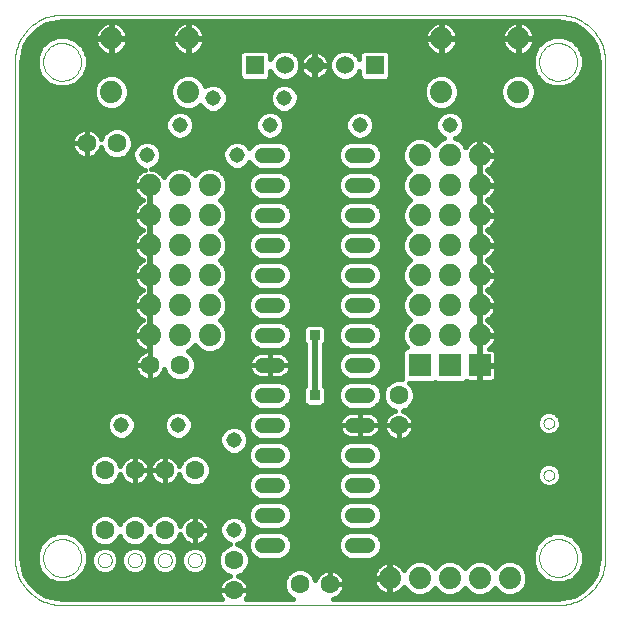
<source format=gtl>
G75*
G70*
%OFA0B0*%
%FSLAX24Y24*%
%IPPOS*%
%LPD*%
%AMOC8*
5,1,8,0,0,1.08239X$1,22.5*
%
%ADD10C,0.0000*%
%ADD11C,0.0740*%
%ADD12R,0.0740X0.0740*%
%ADD13C,0.0630*%
%ADD14R,0.0600X0.0600*%
%ADD15C,0.0600*%
%ADD16C,0.0515*%
%ADD17C,0.0515*%
%ADD18C,0.0160*%
%ADD19R,0.0356X0.0356*%
%ADD20R,0.0317X0.0317*%
%ADD21C,0.0200*%
D10*
X004166Y003416D02*
X020701Y003416D01*
X020071Y004990D02*
X020073Y005040D01*
X020079Y005090D01*
X020089Y005139D01*
X020103Y005187D01*
X020120Y005234D01*
X020141Y005279D01*
X020166Y005323D01*
X020194Y005364D01*
X020226Y005403D01*
X020260Y005440D01*
X020297Y005474D01*
X020337Y005504D01*
X020379Y005531D01*
X020423Y005555D01*
X020469Y005576D01*
X020516Y005592D01*
X020564Y005605D01*
X020614Y005614D01*
X020663Y005619D01*
X020714Y005620D01*
X020764Y005617D01*
X020813Y005610D01*
X020862Y005599D01*
X020910Y005584D01*
X020956Y005566D01*
X021001Y005544D01*
X021044Y005518D01*
X021085Y005489D01*
X021124Y005457D01*
X021160Y005422D01*
X021192Y005384D01*
X021222Y005344D01*
X021249Y005301D01*
X021272Y005257D01*
X021291Y005211D01*
X021307Y005163D01*
X021319Y005114D01*
X021327Y005065D01*
X021331Y005015D01*
X021331Y004965D01*
X021327Y004915D01*
X021319Y004866D01*
X021307Y004817D01*
X021291Y004769D01*
X021272Y004723D01*
X021249Y004679D01*
X021222Y004636D01*
X021192Y004596D01*
X021160Y004558D01*
X021124Y004523D01*
X021085Y004491D01*
X021044Y004462D01*
X021001Y004436D01*
X020956Y004414D01*
X020910Y004396D01*
X020862Y004381D01*
X020813Y004370D01*
X020764Y004363D01*
X020714Y004360D01*
X020663Y004361D01*
X020614Y004366D01*
X020564Y004375D01*
X020516Y004388D01*
X020469Y004404D01*
X020423Y004425D01*
X020379Y004449D01*
X020337Y004476D01*
X020297Y004506D01*
X020260Y004540D01*
X020226Y004577D01*
X020194Y004616D01*
X020166Y004657D01*
X020141Y004701D01*
X020120Y004746D01*
X020103Y004793D01*
X020089Y004841D01*
X020079Y004890D01*
X020073Y004940D01*
X020071Y004990D01*
X020701Y003415D02*
X020778Y003417D01*
X020855Y003423D01*
X020932Y003432D01*
X021008Y003445D01*
X021084Y003462D01*
X021158Y003483D01*
X021232Y003507D01*
X021304Y003535D01*
X021374Y003566D01*
X021443Y003601D01*
X021511Y003639D01*
X021576Y003680D01*
X021639Y003725D01*
X021700Y003773D01*
X021759Y003823D01*
X021815Y003876D01*
X021868Y003932D01*
X021918Y003991D01*
X021966Y004052D01*
X022011Y004115D01*
X022052Y004180D01*
X022090Y004248D01*
X022125Y004317D01*
X022156Y004387D01*
X022184Y004459D01*
X022208Y004533D01*
X022229Y004607D01*
X022246Y004683D01*
X022259Y004759D01*
X022268Y004836D01*
X022274Y004913D01*
X022276Y004990D01*
X022276Y021526D01*
X020071Y021526D02*
X020073Y021576D01*
X020079Y021626D01*
X020089Y021675D01*
X020103Y021723D01*
X020120Y021770D01*
X020141Y021815D01*
X020166Y021859D01*
X020194Y021900D01*
X020226Y021939D01*
X020260Y021976D01*
X020297Y022010D01*
X020337Y022040D01*
X020379Y022067D01*
X020423Y022091D01*
X020469Y022112D01*
X020516Y022128D01*
X020564Y022141D01*
X020614Y022150D01*
X020663Y022155D01*
X020714Y022156D01*
X020764Y022153D01*
X020813Y022146D01*
X020862Y022135D01*
X020910Y022120D01*
X020956Y022102D01*
X021001Y022080D01*
X021044Y022054D01*
X021085Y022025D01*
X021124Y021993D01*
X021160Y021958D01*
X021192Y021920D01*
X021222Y021880D01*
X021249Y021837D01*
X021272Y021793D01*
X021291Y021747D01*
X021307Y021699D01*
X021319Y021650D01*
X021327Y021601D01*
X021331Y021551D01*
X021331Y021501D01*
X021327Y021451D01*
X021319Y021402D01*
X021307Y021353D01*
X021291Y021305D01*
X021272Y021259D01*
X021249Y021215D01*
X021222Y021172D01*
X021192Y021132D01*
X021160Y021094D01*
X021124Y021059D01*
X021085Y021027D01*
X021044Y020998D01*
X021001Y020972D01*
X020956Y020950D01*
X020910Y020932D01*
X020862Y020917D01*
X020813Y020906D01*
X020764Y020899D01*
X020714Y020896D01*
X020663Y020897D01*
X020614Y020902D01*
X020564Y020911D01*
X020516Y020924D01*
X020469Y020940D01*
X020423Y020961D01*
X020379Y020985D01*
X020337Y021012D01*
X020297Y021042D01*
X020260Y021076D01*
X020226Y021113D01*
X020194Y021152D01*
X020166Y021193D01*
X020141Y021237D01*
X020120Y021282D01*
X020103Y021329D01*
X020089Y021377D01*
X020079Y021426D01*
X020073Y021476D01*
X020071Y021526D01*
X020701Y023101D02*
X020778Y023099D01*
X020855Y023093D01*
X020932Y023084D01*
X021008Y023071D01*
X021084Y023054D01*
X021158Y023033D01*
X021232Y023009D01*
X021304Y022981D01*
X021374Y022950D01*
X021443Y022915D01*
X021511Y022877D01*
X021576Y022836D01*
X021639Y022791D01*
X021700Y022743D01*
X021759Y022693D01*
X021815Y022640D01*
X021868Y022584D01*
X021918Y022525D01*
X021966Y022464D01*
X022011Y022401D01*
X022052Y022336D01*
X022090Y022268D01*
X022125Y022199D01*
X022156Y022129D01*
X022184Y022057D01*
X022208Y021983D01*
X022229Y021909D01*
X022246Y021833D01*
X022259Y021757D01*
X022268Y021680D01*
X022274Y021603D01*
X022276Y021526D01*
X020701Y023101D02*
X004166Y023101D01*
X003536Y021526D02*
X003538Y021576D01*
X003544Y021626D01*
X003554Y021675D01*
X003568Y021723D01*
X003585Y021770D01*
X003606Y021815D01*
X003631Y021859D01*
X003659Y021900D01*
X003691Y021939D01*
X003725Y021976D01*
X003762Y022010D01*
X003802Y022040D01*
X003844Y022067D01*
X003888Y022091D01*
X003934Y022112D01*
X003981Y022128D01*
X004029Y022141D01*
X004079Y022150D01*
X004128Y022155D01*
X004179Y022156D01*
X004229Y022153D01*
X004278Y022146D01*
X004327Y022135D01*
X004375Y022120D01*
X004421Y022102D01*
X004466Y022080D01*
X004509Y022054D01*
X004550Y022025D01*
X004589Y021993D01*
X004625Y021958D01*
X004657Y021920D01*
X004687Y021880D01*
X004714Y021837D01*
X004737Y021793D01*
X004756Y021747D01*
X004772Y021699D01*
X004784Y021650D01*
X004792Y021601D01*
X004796Y021551D01*
X004796Y021501D01*
X004792Y021451D01*
X004784Y021402D01*
X004772Y021353D01*
X004756Y021305D01*
X004737Y021259D01*
X004714Y021215D01*
X004687Y021172D01*
X004657Y021132D01*
X004625Y021094D01*
X004589Y021059D01*
X004550Y021027D01*
X004509Y020998D01*
X004466Y020972D01*
X004421Y020950D01*
X004375Y020932D01*
X004327Y020917D01*
X004278Y020906D01*
X004229Y020899D01*
X004179Y020896D01*
X004128Y020897D01*
X004079Y020902D01*
X004029Y020911D01*
X003981Y020924D01*
X003934Y020940D01*
X003888Y020961D01*
X003844Y020985D01*
X003802Y021012D01*
X003762Y021042D01*
X003725Y021076D01*
X003691Y021113D01*
X003659Y021152D01*
X003631Y021193D01*
X003606Y021237D01*
X003585Y021282D01*
X003568Y021329D01*
X003554Y021377D01*
X003544Y021426D01*
X003538Y021476D01*
X003536Y021526D01*
X002591Y021526D02*
X002593Y021603D01*
X002599Y021680D01*
X002608Y021757D01*
X002621Y021833D01*
X002638Y021909D01*
X002659Y021983D01*
X002683Y022057D01*
X002711Y022129D01*
X002742Y022199D01*
X002777Y022268D01*
X002815Y022336D01*
X002856Y022401D01*
X002901Y022464D01*
X002949Y022525D01*
X002999Y022584D01*
X003052Y022640D01*
X003108Y022693D01*
X003167Y022743D01*
X003228Y022791D01*
X003291Y022836D01*
X003356Y022877D01*
X003424Y022915D01*
X003493Y022950D01*
X003563Y022981D01*
X003635Y023009D01*
X003709Y023033D01*
X003783Y023054D01*
X003859Y023071D01*
X003935Y023084D01*
X004012Y023093D01*
X004089Y023099D01*
X004166Y023101D01*
X002591Y021526D02*
X002591Y004990D01*
X003536Y004990D02*
X003538Y005040D01*
X003544Y005090D01*
X003554Y005139D01*
X003568Y005187D01*
X003585Y005234D01*
X003606Y005279D01*
X003631Y005323D01*
X003659Y005364D01*
X003691Y005403D01*
X003725Y005440D01*
X003762Y005474D01*
X003802Y005504D01*
X003844Y005531D01*
X003888Y005555D01*
X003934Y005576D01*
X003981Y005592D01*
X004029Y005605D01*
X004079Y005614D01*
X004128Y005619D01*
X004179Y005620D01*
X004229Y005617D01*
X004278Y005610D01*
X004327Y005599D01*
X004375Y005584D01*
X004421Y005566D01*
X004466Y005544D01*
X004509Y005518D01*
X004550Y005489D01*
X004589Y005457D01*
X004625Y005422D01*
X004657Y005384D01*
X004687Y005344D01*
X004714Y005301D01*
X004737Y005257D01*
X004756Y005211D01*
X004772Y005163D01*
X004784Y005114D01*
X004792Y005065D01*
X004796Y005015D01*
X004796Y004965D01*
X004792Y004915D01*
X004784Y004866D01*
X004772Y004817D01*
X004756Y004769D01*
X004737Y004723D01*
X004714Y004679D01*
X004687Y004636D01*
X004657Y004596D01*
X004625Y004558D01*
X004589Y004523D01*
X004550Y004491D01*
X004509Y004462D01*
X004466Y004436D01*
X004421Y004414D01*
X004375Y004396D01*
X004327Y004381D01*
X004278Y004370D01*
X004229Y004363D01*
X004179Y004360D01*
X004128Y004361D01*
X004079Y004366D01*
X004029Y004375D01*
X003981Y004388D01*
X003934Y004404D01*
X003888Y004425D01*
X003844Y004449D01*
X003802Y004476D01*
X003762Y004506D01*
X003725Y004540D01*
X003691Y004577D01*
X003659Y004616D01*
X003631Y004657D01*
X003606Y004701D01*
X003585Y004746D01*
X003568Y004793D01*
X003554Y004841D01*
X003544Y004890D01*
X003538Y004940D01*
X003536Y004990D01*
X002591Y004990D02*
X002593Y004913D01*
X002599Y004836D01*
X002608Y004759D01*
X002621Y004683D01*
X002638Y004607D01*
X002659Y004533D01*
X002683Y004459D01*
X002711Y004387D01*
X002742Y004317D01*
X002777Y004248D01*
X002815Y004180D01*
X002856Y004115D01*
X002901Y004052D01*
X002949Y003991D01*
X002999Y003932D01*
X003052Y003876D01*
X003108Y003823D01*
X003167Y003773D01*
X003228Y003725D01*
X003291Y003680D01*
X003356Y003639D01*
X003424Y003601D01*
X003493Y003566D01*
X003563Y003535D01*
X003635Y003507D01*
X003709Y003483D01*
X003783Y003462D01*
X003859Y003445D01*
X003935Y003432D01*
X004012Y003423D01*
X004089Y003417D01*
X004166Y003415D01*
X005355Y004916D02*
X005357Y004946D01*
X005363Y004976D01*
X005372Y005005D01*
X005385Y005032D01*
X005402Y005057D01*
X005421Y005080D01*
X005444Y005101D01*
X005469Y005118D01*
X005495Y005132D01*
X005524Y005142D01*
X005553Y005149D01*
X005583Y005152D01*
X005614Y005151D01*
X005644Y005146D01*
X005673Y005137D01*
X005700Y005125D01*
X005726Y005110D01*
X005750Y005091D01*
X005771Y005069D01*
X005789Y005045D01*
X005804Y005018D01*
X005815Y004990D01*
X005823Y004961D01*
X005827Y004931D01*
X005827Y004901D01*
X005823Y004871D01*
X005815Y004842D01*
X005804Y004814D01*
X005789Y004787D01*
X005771Y004763D01*
X005750Y004741D01*
X005726Y004722D01*
X005700Y004707D01*
X005673Y004695D01*
X005644Y004686D01*
X005614Y004681D01*
X005583Y004680D01*
X005553Y004683D01*
X005524Y004690D01*
X005495Y004700D01*
X005469Y004714D01*
X005444Y004731D01*
X005421Y004752D01*
X005402Y004775D01*
X005385Y004800D01*
X005372Y004827D01*
X005363Y004856D01*
X005357Y004886D01*
X005355Y004916D01*
X006355Y004916D02*
X006357Y004946D01*
X006363Y004976D01*
X006372Y005005D01*
X006385Y005032D01*
X006402Y005057D01*
X006421Y005080D01*
X006444Y005101D01*
X006469Y005118D01*
X006495Y005132D01*
X006524Y005142D01*
X006553Y005149D01*
X006583Y005152D01*
X006614Y005151D01*
X006644Y005146D01*
X006673Y005137D01*
X006700Y005125D01*
X006726Y005110D01*
X006750Y005091D01*
X006771Y005069D01*
X006789Y005045D01*
X006804Y005018D01*
X006815Y004990D01*
X006823Y004961D01*
X006827Y004931D01*
X006827Y004901D01*
X006823Y004871D01*
X006815Y004842D01*
X006804Y004814D01*
X006789Y004787D01*
X006771Y004763D01*
X006750Y004741D01*
X006726Y004722D01*
X006700Y004707D01*
X006673Y004695D01*
X006644Y004686D01*
X006614Y004681D01*
X006583Y004680D01*
X006553Y004683D01*
X006524Y004690D01*
X006495Y004700D01*
X006469Y004714D01*
X006444Y004731D01*
X006421Y004752D01*
X006402Y004775D01*
X006385Y004800D01*
X006372Y004827D01*
X006363Y004856D01*
X006357Y004886D01*
X006355Y004916D01*
X007355Y004916D02*
X007357Y004946D01*
X007363Y004976D01*
X007372Y005005D01*
X007385Y005032D01*
X007402Y005057D01*
X007421Y005080D01*
X007444Y005101D01*
X007469Y005118D01*
X007495Y005132D01*
X007524Y005142D01*
X007553Y005149D01*
X007583Y005152D01*
X007614Y005151D01*
X007644Y005146D01*
X007673Y005137D01*
X007700Y005125D01*
X007726Y005110D01*
X007750Y005091D01*
X007771Y005069D01*
X007789Y005045D01*
X007804Y005018D01*
X007815Y004990D01*
X007823Y004961D01*
X007827Y004931D01*
X007827Y004901D01*
X007823Y004871D01*
X007815Y004842D01*
X007804Y004814D01*
X007789Y004787D01*
X007771Y004763D01*
X007750Y004741D01*
X007726Y004722D01*
X007700Y004707D01*
X007673Y004695D01*
X007644Y004686D01*
X007614Y004681D01*
X007583Y004680D01*
X007553Y004683D01*
X007524Y004690D01*
X007495Y004700D01*
X007469Y004714D01*
X007444Y004731D01*
X007421Y004752D01*
X007402Y004775D01*
X007385Y004800D01*
X007372Y004827D01*
X007363Y004856D01*
X007357Y004886D01*
X007355Y004916D01*
X008355Y004916D02*
X008357Y004946D01*
X008363Y004976D01*
X008372Y005005D01*
X008385Y005032D01*
X008402Y005057D01*
X008421Y005080D01*
X008444Y005101D01*
X008469Y005118D01*
X008495Y005132D01*
X008524Y005142D01*
X008553Y005149D01*
X008583Y005152D01*
X008614Y005151D01*
X008644Y005146D01*
X008673Y005137D01*
X008700Y005125D01*
X008726Y005110D01*
X008750Y005091D01*
X008771Y005069D01*
X008789Y005045D01*
X008804Y005018D01*
X008815Y004990D01*
X008823Y004961D01*
X008827Y004931D01*
X008827Y004901D01*
X008823Y004871D01*
X008815Y004842D01*
X008804Y004814D01*
X008789Y004787D01*
X008771Y004763D01*
X008750Y004741D01*
X008726Y004722D01*
X008700Y004707D01*
X008673Y004695D01*
X008644Y004686D01*
X008614Y004681D01*
X008583Y004680D01*
X008553Y004683D01*
X008524Y004690D01*
X008495Y004700D01*
X008469Y004714D01*
X008444Y004731D01*
X008421Y004752D01*
X008402Y004775D01*
X008385Y004800D01*
X008372Y004827D01*
X008363Y004856D01*
X008357Y004886D01*
X008355Y004916D01*
X020214Y007749D02*
X020216Y007775D01*
X020222Y007801D01*
X020232Y007826D01*
X020245Y007849D01*
X020261Y007869D01*
X020281Y007887D01*
X020303Y007902D01*
X020326Y007914D01*
X020352Y007922D01*
X020378Y007926D01*
X020404Y007926D01*
X020430Y007922D01*
X020456Y007914D01*
X020480Y007902D01*
X020501Y007887D01*
X020521Y007869D01*
X020537Y007849D01*
X020550Y007826D01*
X020560Y007801D01*
X020566Y007775D01*
X020568Y007749D01*
X020566Y007723D01*
X020560Y007697D01*
X020550Y007672D01*
X020537Y007649D01*
X020521Y007629D01*
X020501Y007611D01*
X020479Y007596D01*
X020456Y007584D01*
X020430Y007576D01*
X020404Y007572D01*
X020378Y007572D01*
X020352Y007576D01*
X020326Y007584D01*
X020302Y007596D01*
X020281Y007611D01*
X020261Y007629D01*
X020245Y007649D01*
X020232Y007672D01*
X020222Y007697D01*
X020216Y007723D01*
X020214Y007749D01*
X020214Y009482D02*
X020216Y009508D01*
X020222Y009534D01*
X020232Y009559D01*
X020245Y009582D01*
X020261Y009602D01*
X020281Y009620D01*
X020303Y009635D01*
X020326Y009647D01*
X020352Y009655D01*
X020378Y009659D01*
X020404Y009659D01*
X020430Y009655D01*
X020456Y009647D01*
X020480Y009635D01*
X020501Y009620D01*
X020521Y009602D01*
X020537Y009582D01*
X020550Y009559D01*
X020560Y009534D01*
X020566Y009508D01*
X020568Y009482D01*
X020566Y009456D01*
X020560Y009430D01*
X020550Y009405D01*
X020537Y009382D01*
X020521Y009362D01*
X020501Y009344D01*
X020479Y009329D01*
X020456Y009317D01*
X020430Y009309D01*
X020404Y009305D01*
X020378Y009305D01*
X020352Y009309D01*
X020326Y009317D01*
X020302Y009329D01*
X020281Y009344D01*
X020261Y009362D01*
X020245Y009382D01*
X020232Y009405D01*
X020222Y009430D01*
X020216Y009456D01*
X020214Y009482D01*
D11*
X018091Y012416D03*
X018091Y013416D03*
X018091Y014416D03*
X018091Y015416D03*
X018091Y016416D03*
X018091Y017416D03*
X018091Y018416D03*
X017091Y018416D03*
X016091Y018416D03*
X016091Y017416D03*
X017091Y017416D03*
X017091Y016416D03*
X017091Y015416D03*
X016091Y015416D03*
X016091Y016416D03*
X016091Y014416D03*
X017091Y014416D03*
X017091Y013416D03*
X016091Y013416D03*
X016091Y012416D03*
X017091Y012416D03*
X016811Y020526D03*
X016811Y022306D03*
X019371Y022306D03*
X019371Y020526D03*
X009091Y017416D03*
X008091Y017416D03*
X007091Y017416D03*
X007091Y016416D03*
X007091Y015416D03*
X008091Y015416D03*
X008091Y016416D03*
X009091Y016416D03*
X009091Y015416D03*
X009091Y014416D03*
X008091Y014416D03*
X007091Y014416D03*
X007091Y013416D03*
X008091Y013416D03*
X009091Y013416D03*
X009091Y012416D03*
X008091Y012416D03*
X007091Y012416D03*
X008371Y020526D03*
X008371Y022306D03*
X005811Y022306D03*
X005811Y020526D03*
X015091Y004316D03*
X016091Y004316D03*
X017091Y004316D03*
X018091Y004316D03*
X019091Y004316D03*
D12*
X018091Y011416D03*
X017091Y011416D03*
X016091Y011416D03*
D13*
X015391Y010416D03*
X015391Y009416D03*
X013091Y004116D03*
X012091Y004116D03*
X009891Y003916D03*
X009891Y004916D03*
X008591Y005916D03*
X007591Y005916D03*
X006591Y005916D03*
X005591Y005916D03*
X005591Y007916D03*
X006591Y007916D03*
X007591Y007916D03*
X008591Y007916D03*
X008091Y011416D03*
X007091Y011416D03*
X005991Y018816D03*
X004991Y018816D03*
D14*
X010591Y021416D03*
X014591Y021416D03*
D15*
X013591Y021416D03*
X012591Y021416D03*
X011591Y021416D03*
D16*
X011348Y018416D02*
X010833Y018416D01*
X010833Y017416D02*
X011348Y017416D01*
X011348Y016416D02*
X010833Y016416D01*
X010833Y015416D02*
X011348Y015416D01*
X011348Y014416D02*
X010833Y014416D01*
X010833Y013416D02*
X011348Y013416D01*
X011348Y012416D02*
X010833Y012416D01*
X010833Y011416D02*
X011348Y011416D01*
X011348Y010416D02*
X010833Y010416D01*
X010833Y009416D02*
X011348Y009416D01*
X011348Y008416D02*
X010833Y008416D01*
X010833Y007416D02*
X011348Y007416D01*
X011348Y006416D02*
X010833Y006416D01*
X010833Y005416D02*
X011348Y005416D01*
X013833Y005416D02*
X014348Y005416D01*
X014348Y006416D02*
X013833Y006416D01*
X013833Y007416D02*
X014348Y007416D01*
X014348Y008416D02*
X013833Y008416D01*
X013833Y009416D02*
X014348Y009416D01*
X014348Y010416D02*
X013833Y010416D01*
X013833Y011416D02*
X014348Y011416D01*
X014348Y012416D02*
X013833Y012416D01*
X013833Y013416D02*
X014348Y013416D01*
X014348Y014416D02*
X013833Y014416D01*
X013833Y015416D02*
X014348Y015416D01*
X014348Y016416D02*
X013833Y016416D01*
X013833Y017416D02*
X014348Y017416D01*
X014348Y018416D02*
X013833Y018416D01*
D17*
X014091Y019416D03*
X011572Y020316D03*
X011091Y019416D03*
X009991Y018416D03*
X009210Y020316D03*
X008091Y019416D03*
X006991Y018416D03*
X006141Y009416D03*
X008041Y009416D03*
X009891Y008916D03*
X009891Y005916D03*
X017091Y019416D03*
D18*
X003647Y003739D02*
X003341Y003916D01*
X003091Y004166D01*
X002914Y004472D01*
X002822Y004814D01*
X002811Y004990D01*
X002811Y021526D01*
X002822Y021703D01*
X002914Y022044D01*
X003091Y022351D01*
X003341Y022601D01*
X003647Y022778D01*
X003989Y022869D01*
X004166Y022881D01*
X020701Y022881D01*
X020878Y022869D01*
X021220Y022778D01*
X021526Y022601D01*
X021776Y022351D01*
X021953Y022044D01*
X022044Y021703D01*
X022056Y021526D01*
X022056Y004990D01*
X022044Y004814D01*
X021953Y004472D01*
X021776Y004166D01*
X021526Y003916D01*
X021220Y003739D01*
X020878Y003647D01*
X020701Y003636D01*
X013215Y003636D01*
X013281Y003657D01*
X013350Y003692D01*
X013413Y003738D01*
X013468Y003793D01*
X013514Y003856D01*
X013550Y003926D01*
X013574Y004000D01*
X013586Y004077D01*
X013586Y004116D01*
X013586Y004155D01*
X013574Y004232D01*
X013550Y004306D01*
X013514Y004375D01*
X013468Y004438D01*
X013413Y004493D01*
X013350Y004539D01*
X013281Y004574D01*
X013207Y004598D01*
X013130Y004611D01*
X013091Y004611D01*
X013091Y004116D01*
X013091Y004116D01*
X013586Y004116D01*
X013091Y004116D01*
X013091Y004116D01*
X013091Y004611D01*
X013052Y004611D01*
X012975Y004598D01*
X012901Y004574D01*
X012831Y004539D01*
X012768Y004493D01*
X012713Y004438D01*
X012667Y004375D01*
X012632Y004306D01*
X012614Y004250D01*
X012544Y004419D01*
X012394Y004569D01*
X012197Y004651D01*
X011984Y004651D01*
X011788Y004569D01*
X011637Y004419D01*
X011556Y004222D01*
X011556Y004009D01*
X011637Y003813D01*
X011788Y003662D01*
X011852Y003636D01*
X010299Y003636D01*
X010314Y003656D01*
X010350Y003726D01*
X010374Y003800D01*
X010386Y003877D01*
X010386Y003916D01*
X010386Y003955D01*
X010374Y004032D01*
X010350Y004106D01*
X010314Y004175D01*
X010268Y004238D01*
X010213Y004293D01*
X010150Y004339D01*
X010081Y004374D01*
X010025Y004392D01*
X010194Y004462D01*
X010344Y004613D01*
X010426Y004809D01*
X010426Y005022D01*
X010344Y005219D01*
X010194Y005369D01*
X010007Y005447D01*
X010161Y005511D01*
X010296Y005645D01*
X010368Y005821D01*
X010368Y006011D01*
X010296Y006186D01*
X010161Y006320D01*
X009986Y006393D01*
X009796Y006393D01*
X009620Y006320D01*
X009486Y006186D01*
X009413Y006011D01*
X009413Y005821D01*
X009486Y005645D01*
X009620Y005511D01*
X009775Y005447D01*
X009588Y005369D01*
X009437Y005219D01*
X009356Y005022D01*
X009356Y004809D01*
X009437Y004613D01*
X009588Y004462D01*
X009756Y004392D01*
X009701Y004374D01*
X009631Y004339D01*
X009568Y004293D01*
X009513Y004238D01*
X009467Y004175D01*
X009432Y004106D01*
X009408Y004032D01*
X009396Y003955D01*
X009396Y003916D01*
X009891Y003916D01*
X010386Y003916D01*
X009891Y003916D01*
X009891Y003916D01*
X009891Y003916D01*
X009396Y003916D01*
X009396Y003877D01*
X009408Y003800D01*
X009432Y003726D01*
X009467Y003656D01*
X009482Y003636D01*
X004166Y003636D01*
X003989Y003647D01*
X003647Y003739D01*
X003670Y003733D02*
X009430Y003733D01*
X009396Y003891D02*
X003383Y003891D01*
X003207Y004050D02*
X009414Y004050D01*
X009492Y004208D02*
X004498Y004208D01*
X004647Y004270D02*
X004886Y004509D01*
X005016Y004821D01*
X005016Y005159D01*
X005198Y005159D01*
X005204Y005174D02*
X005135Y005006D01*
X005135Y004825D01*
X005204Y004657D01*
X005332Y004529D01*
X005500Y004459D01*
X005682Y004459D01*
X005849Y004529D01*
X005978Y004657D01*
X006047Y004825D01*
X006047Y005006D01*
X005978Y005174D01*
X005849Y005302D01*
X005682Y005372D01*
X005500Y005372D01*
X005332Y005302D01*
X005204Y005174D01*
X005135Y005001D02*
X005016Y005001D01*
X005016Y005159D02*
X004886Y005472D01*
X004647Y005711D01*
X004335Y005840D01*
X003997Y005840D01*
X003684Y005711D01*
X003445Y005472D01*
X003316Y005159D01*
X002811Y005159D01*
X002811Y005001D02*
X003316Y005001D01*
X003316Y005159D02*
X003316Y004821D01*
X003445Y004509D01*
X003684Y004270D01*
X003997Y004140D01*
X004335Y004140D01*
X004647Y004270D01*
X004744Y004367D02*
X009686Y004367D01*
X009525Y004525D02*
X008840Y004525D01*
X008849Y004529D02*
X008978Y004657D01*
X009047Y004825D01*
X009047Y005006D01*
X008978Y005174D01*
X008849Y005302D01*
X008682Y005372D01*
X008500Y005372D01*
X008332Y005302D01*
X008204Y005174D01*
X008135Y005006D01*
X008135Y004825D01*
X008204Y004657D01*
X008332Y004529D01*
X008500Y004459D01*
X008682Y004459D01*
X008849Y004529D01*
X008989Y004684D02*
X009408Y004684D01*
X009356Y004842D02*
X009047Y004842D01*
X009047Y005001D02*
X009356Y005001D01*
X009413Y005159D02*
X008984Y005159D01*
X008812Y005318D02*
X009536Y005318D01*
X009704Y005476D02*
X008818Y005476D01*
X008850Y005492D02*
X008913Y005538D01*
X008968Y005593D01*
X009014Y005656D01*
X009050Y005726D01*
X009074Y005800D01*
X009086Y005877D01*
X009086Y005916D01*
X009086Y005955D01*
X009074Y006032D01*
X009050Y006106D01*
X009014Y006175D01*
X008968Y006238D01*
X008913Y006293D01*
X008850Y006339D01*
X008781Y006374D01*
X008707Y006398D01*
X008630Y006411D01*
X008591Y006411D01*
X008591Y005916D01*
X008591Y005916D01*
X009086Y005916D01*
X008591Y005916D01*
X008591Y005916D01*
X008591Y006411D01*
X008552Y006411D01*
X008475Y006398D01*
X008401Y006374D01*
X008331Y006339D01*
X008268Y006293D01*
X008213Y006238D01*
X008167Y006175D01*
X008132Y006106D01*
X008114Y006050D01*
X008044Y006219D01*
X007894Y006369D01*
X007697Y006451D01*
X007484Y006451D01*
X007288Y006369D01*
X007137Y006219D01*
X007091Y006106D01*
X007044Y006219D01*
X006894Y006369D01*
X006697Y006451D01*
X006484Y006451D01*
X006288Y006369D01*
X006137Y006219D01*
X006091Y006106D01*
X006044Y006219D01*
X005894Y006369D01*
X005697Y006451D01*
X005484Y006451D01*
X005288Y006369D01*
X005137Y006219D01*
X005056Y006022D01*
X005056Y005809D01*
X005137Y005613D01*
X005288Y005462D01*
X005484Y005381D01*
X005697Y005381D01*
X005894Y005462D01*
X006044Y005613D01*
X006091Y005725D01*
X006137Y005613D01*
X006288Y005462D01*
X006484Y005381D01*
X006697Y005381D01*
X006894Y005462D01*
X007044Y005613D01*
X007091Y005725D01*
X007137Y005613D01*
X007288Y005462D01*
X007484Y005381D01*
X007697Y005381D01*
X007894Y005462D01*
X008044Y005613D01*
X008114Y005781D01*
X008132Y005726D01*
X008167Y005656D01*
X008213Y005593D01*
X008268Y005538D01*
X008331Y005492D01*
X008401Y005457D01*
X008475Y005433D01*
X008552Y005421D01*
X008591Y005421D01*
X008630Y005421D01*
X008707Y005433D01*
X008781Y005457D01*
X008850Y005492D01*
X008998Y005635D02*
X009497Y005635D01*
X009425Y005793D02*
X009071Y005793D01*
X009086Y005952D02*
X009413Y005952D01*
X009455Y006110D02*
X009047Y006110D01*
X008938Y006269D02*
X009569Y006269D01*
X010213Y006269D02*
X010377Y006269D01*
X010356Y006321D02*
X010429Y006145D01*
X010563Y006011D01*
X010738Y005938D01*
X011443Y005938D01*
X011619Y006011D01*
X011753Y006145D01*
X011826Y006321D01*
X011826Y006511D01*
X011753Y006686D01*
X011619Y006820D01*
X011443Y006893D01*
X010738Y006893D01*
X010563Y006820D01*
X010429Y006686D01*
X010356Y006511D01*
X010356Y006321D01*
X010356Y006427D02*
X007754Y006427D01*
X007994Y006269D02*
X008244Y006269D01*
X008134Y006110D02*
X008089Y006110D01*
X008053Y005635D02*
X008183Y005635D01*
X008363Y005476D02*
X007908Y005476D01*
X007849Y005302D02*
X007682Y005372D01*
X007500Y005372D01*
X007332Y005302D01*
X007204Y005174D01*
X007135Y005006D01*
X007135Y004825D01*
X007204Y004657D01*
X007332Y004529D01*
X007500Y004459D01*
X007682Y004459D01*
X007849Y004529D01*
X007978Y004657D01*
X008047Y004825D01*
X008047Y005006D01*
X007978Y005174D01*
X007849Y005302D01*
X007812Y005318D02*
X008369Y005318D01*
X008198Y005159D02*
X007984Y005159D01*
X008047Y005001D02*
X008135Y005001D01*
X008135Y004842D02*
X008047Y004842D01*
X007989Y004684D02*
X008193Y004684D01*
X008341Y004525D02*
X007840Y004525D01*
X007341Y004525D02*
X006840Y004525D01*
X006849Y004529D02*
X006978Y004657D01*
X007047Y004825D01*
X007047Y005006D01*
X006978Y005174D01*
X006849Y005302D01*
X006682Y005372D01*
X006500Y005372D01*
X006332Y005302D01*
X006204Y005174D01*
X006135Y005006D01*
X006135Y004825D01*
X006204Y004657D01*
X006332Y004529D01*
X006500Y004459D01*
X006682Y004459D01*
X006849Y004529D01*
X006989Y004684D02*
X007193Y004684D01*
X007135Y004842D02*
X007047Y004842D01*
X007047Y005001D02*
X007135Y005001D01*
X007198Y005159D02*
X006984Y005159D01*
X006812Y005318D02*
X007369Y005318D01*
X007274Y005476D02*
X006908Y005476D01*
X007053Y005635D02*
X007128Y005635D01*
X007089Y006110D02*
X007092Y006110D01*
X007187Y006269D02*
X006994Y006269D01*
X006754Y006427D02*
X007428Y006427D01*
X007552Y007421D02*
X007475Y007433D01*
X007401Y007457D01*
X007331Y007492D01*
X007268Y007538D01*
X007213Y007593D01*
X007167Y007656D01*
X007132Y007726D01*
X007108Y007800D01*
X007096Y007877D01*
X007096Y007916D01*
X007591Y007916D01*
X007591Y007916D01*
X007591Y008411D01*
X007630Y008411D01*
X007707Y008398D01*
X007781Y008374D01*
X007850Y008339D01*
X007913Y008293D01*
X007968Y008238D01*
X008014Y008175D01*
X008050Y008106D01*
X008068Y008050D01*
X008137Y008219D01*
X008288Y008369D01*
X008484Y008451D01*
X008697Y008451D01*
X008894Y008369D01*
X009044Y008219D01*
X009126Y008022D01*
X009126Y007809D01*
X009044Y007613D01*
X008894Y007462D01*
X008697Y007381D01*
X008484Y007381D01*
X008288Y007462D01*
X008137Y007613D01*
X008068Y007781D01*
X008050Y007726D01*
X008014Y007656D01*
X007968Y007593D01*
X007913Y007538D01*
X007850Y007492D01*
X007781Y007457D01*
X007707Y007433D01*
X007630Y007421D01*
X007591Y007421D01*
X007591Y007916D01*
X007591Y008411D01*
X007552Y008411D01*
X007475Y008398D01*
X007401Y008374D01*
X007331Y008339D01*
X007268Y008293D01*
X007213Y008238D01*
X007167Y008175D01*
X007132Y008106D01*
X007108Y008032D01*
X007096Y007955D01*
X007096Y007916D01*
X007591Y007916D01*
X007591Y007916D01*
X007591Y007916D01*
X007591Y007421D01*
X007552Y007421D01*
X007591Y007537D02*
X007591Y007537D01*
X007591Y007695D02*
X007591Y007695D01*
X007591Y007854D02*
X007591Y007854D01*
X007591Y008012D02*
X007591Y008012D01*
X007591Y008171D02*
X007591Y008171D01*
X007591Y008329D02*
X007591Y008329D01*
X007864Y008329D02*
X008248Y008329D01*
X008117Y008171D02*
X008016Y008171D01*
X008034Y007695D02*
X008103Y007695D01*
X008213Y007537D02*
X007911Y007537D01*
X007270Y007537D02*
X006911Y007537D01*
X006913Y007538D02*
X006968Y007593D01*
X007014Y007656D01*
X007050Y007726D01*
X007074Y007800D01*
X007086Y007877D01*
X007086Y007916D01*
X007086Y007955D01*
X007074Y008032D01*
X007050Y008106D01*
X007014Y008175D01*
X006968Y008238D01*
X006913Y008293D01*
X006850Y008339D01*
X006781Y008374D01*
X006707Y008398D01*
X006630Y008411D01*
X006591Y008411D01*
X006591Y007916D01*
X006591Y007916D01*
X007086Y007916D01*
X006591Y007916D01*
X006591Y007916D01*
X006591Y008411D01*
X006552Y008411D01*
X006475Y008398D01*
X006401Y008374D01*
X006331Y008339D01*
X006268Y008293D01*
X006213Y008238D01*
X006167Y008175D01*
X006132Y008106D01*
X006114Y008050D01*
X006044Y008219D01*
X005894Y008369D01*
X005697Y008451D01*
X005484Y008451D01*
X005288Y008369D01*
X005137Y008219D01*
X005056Y008022D01*
X005056Y007809D01*
X005137Y007613D01*
X005288Y007462D01*
X005484Y007381D01*
X005697Y007381D01*
X005894Y007462D01*
X006044Y007613D01*
X006114Y007781D01*
X006132Y007726D01*
X006167Y007656D01*
X006213Y007593D01*
X006268Y007538D01*
X006331Y007492D01*
X006401Y007457D01*
X006475Y007433D01*
X006552Y007421D01*
X006591Y007421D01*
X006630Y007421D01*
X006707Y007433D01*
X006781Y007457D01*
X006850Y007492D01*
X006913Y007538D01*
X007034Y007695D02*
X007148Y007695D01*
X007100Y007854D02*
X007082Y007854D01*
X007077Y008012D02*
X007105Y008012D01*
X007165Y008171D02*
X007016Y008171D01*
X006864Y008329D02*
X007318Y008329D01*
X007770Y009011D02*
X007946Y008938D01*
X008136Y008938D01*
X008311Y009011D01*
X008446Y009145D01*
X008518Y009321D01*
X008518Y009511D01*
X008446Y009686D01*
X008311Y009820D01*
X008136Y009893D01*
X007946Y009893D01*
X007770Y009820D01*
X007636Y009686D01*
X007563Y009511D01*
X007563Y009321D01*
X007636Y009145D01*
X007770Y009011D01*
X007886Y008963D02*
X006296Y008963D01*
X006236Y008938D02*
X006411Y009011D01*
X006546Y009145D01*
X006618Y009321D01*
X006618Y009511D01*
X006546Y009686D01*
X006411Y009820D01*
X006236Y009893D01*
X006046Y009893D01*
X005870Y009820D01*
X005736Y009686D01*
X005663Y009511D01*
X005663Y009321D01*
X005736Y009145D01*
X005870Y009011D01*
X006046Y008938D01*
X006236Y008938D01*
X005986Y008963D02*
X002811Y008963D01*
X002811Y008805D02*
X009420Y008805D01*
X009413Y008821D02*
X009486Y008645D01*
X009620Y008511D01*
X009796Y008438D01*
X009986Y008438D01*
X010161Y008511D01*
X010296Y008645D01*
X010368Y008821D01*
X010368Y009011D01*
X010296Y009186D01*
X010161Y009320D01*
X009986Y009393D01*
X009796Y009393D01*
X009620Y009320D01*
X009486Y009186D01*
X009413Y009011D01*
X009413Y008821D01*
X009413Y008963D02*
X008196Y008963D01*
X008422Y009122D02*
X009459Y009122D01*
X009580Y009280D02*
X008502Y009280D01*
X008518Y009439D02*
X010356Y009439D01*
X010356Y009511D02*
X010356Y009321D01*
X010429Y009145D01*
X010563Y009011D01*
X010738Y008938D01*
X011443Y008938D01*
X011619Y009011D01*
X011753Y009145D01*
X011826Y009321D01*
X011826Y009511D01*
X011753Y009686D01*
X011619Y009820D01*
X011443Y009893D01*
X010738Y009893D01*
X010563Y009820D01*
X010429Y009686D01*
X010356Y009511D01*
X010392Y009597D02*
X008482Y009597D01*
X008376Y009756D02*
X010498Y009756D01*
X010563Y010011D02*
X010738Y009938D01*
X011443Y009938D01*
X011619Y010011D01*
X011753Y010145D01*
X011826Y010321D01*
X011826Y010511D01*
X011753Y010686D01*
X011619Y010820D01*
X011443Y010893D01*
X010738Y010893D01*
X010563Y010820D01*
X010429Y010686D01*
X010356Y010511D01*
X010356Y010321D01*
X010429Y010145D01*
X010563Y010011D01*
X010501Y010073D02*
X002811Y010073D01*
X002811Y010231D02*
X010393Y010231D01*
X010356Y010390D02*
X002811Y010390D01*
X002811Y010548D02*
X010371Y010548D01*
X010449Y010707D02*
X002811Y010707D01*
X002811Y010865D02*
X010671Y010865D01*
X010731Y010989D02*
X010665Y011010D01*
X010604Y011041D01*
X010548Y011082D01*
X010500Y011131D01*
X010459Y011186D01*
X010428Y011248D01*
X010407Y011313D01*
X010396Y011381D01*
X010396Y011416D01*
X011091Y011416D01*
X011091Y011416D01*
X011091Y011853D01*
X011383Y011853D01*
X011451Y011842D01*
X011516Y011821D01*
X011578Y011790D01*
X011633Y011749D01*
X011682Y011701D01*
X011722Y011645D01*
X011754Y011584D01*
X011775Y011518D01*
X011786Y011450D01*
X011786Y011416D01*
X011091Y011416D01*
X011091Y011416D01*
X011091Y011853D01*
X010799Y011853D01*
X010731Y011842D01*
X010665Y011821D01*
X010604Y011790D01*
X010548Y011749D01*
X010500Y011701D01*
X010459Y011645D01*
X010428Y011584D01*
X010407Y011518D01*
X010396Y011450D01*
X010396Y011416D01*
X011091Y011416D01*
X011091Y011416D01*
X011786Y011416D01*
X011786Y011381D01*
X011775Y011313D01*
X011754Y011248D01*
X011722Y011186D01*
X011682Y011131D01*
X011633Y011082D01*
X011578Y011041D01*
X011516Y011010D01*
X011451Y010989D01*
X011383Y010978D01*
X011091Y010978D01*
X011091Y011416D01*
X011091Y011416D01*
X011091Y010978D01*
X010799Y010978D01*
X010731Y010989D01*
X010639Y011024D02*
X008455Y011024D01*
X008394Y010962D02*
X008544Y011113D01*
X008626Y011309D01*
X008626Y011522D01*
X008544Y011719D01*
X008394Y011869D01*
X008354Y011886D01*
X008425Y011915D01*
X008591Y012081D01*
X008757Y011915D01*
X008973Y011826D01*
X009208Y011826D01*
X009425Y011915D01*
X009591Y012081D01*
X009681Y012298D01*
X009681Y012533D01*
X009591Y012750D01*
X009425Y012916D01*
X009591Y013081D01*
X009681Y013298D01*
X009681Y013533D01*
X009591Y013750D01*
X009425Y013916D01*
X009591Y014081D01*
X009681Y014298D01*
X009681Y014533D01*
X009591Y014750D01*
X009425Y014916D01*
X009591Y015081D01*
X009681Y015298D01*
X009681Y015533D01*
X009591Y015750D01*
X009425Y015916D01*
X009591Y016081D01*
X009681Y016298D01*
X009681Y016533D01*
X009591Y016750D01*
X009425Y016916D01*
X009591Y017081D01*
X009681Y017298D01*
X009681Y017533D01*
X009591Y017750D01*
X009425Y017916D01*
X009208Y018006D01*
X008973Y018006D01*
X008757Y017916D01*
X008591Y017750D01*
X008425Y017916D01*
X008208Y018006D01*
X007973Y018006D01*
X007757Y017916D01*
X007591Y017750D01*
X007567Y017693D01*
X007561Y017704D01*
X007510Y017774D01*
X007449Y017835D01*
X007379Y017886D01*
X007302Y017925D01*
X007220Y017952D01*
X007147Y017964D01*
X007261Y018011D01*
X007396Y018145D01*
X007468Y018321D01*
X007468Y018511D01*
X007396Y018686D01*
X007261Y018820D01*
X007086Y018893D01*
X006896Y018893D01*
X006720Y018820D01*
X006586Y018686D01*
X006513Y018511D01*
X006513Y018321D01*
X006586Y018145D01*
X006720Y018011D01*
X006896Y017938D01*
X006919Y017938D01*
X006880Y017925D01*
X006803Y017886D01*
X006733Y017835D01*
X006671Y017774D01*
X006620Y017704D01*
X006581Y017627D01*
X006554Y017544D01*
X006541Y017459D01*
X006541Y017434D01*
X007072Y017434D01*
X007072Y017397D01*
X006541Y017397D01*
X006541Y017372D01*
X006554Y017287D01*
X006581Y017204D01*
X006620Y017127D01*
X006671Y017057D01*
X006733Y016996D01*
X006803Y016945D01*
X006861Y016916D01*
X006803Y016886D01*
X006733Y016835D01*
X006671Y016774D01*
X006620Y016704D01*
X006581Y016627D01*
X006554Y016544D01*
X006541Y016459D01*
X006541Y016434D01*
X007072Y016434D01*
X007072Y016397D01*
X006541Y016397D01*
X006541Y016372D01*
X006554Y016287D01*
X006581Y016204D01*
X006620Y016127D01*
X006671Y016057D01*
X006733Y015996D01*
X006803Y015945D01*
X006861Y015916D01*
X006803Y015886D01*
X006733Y015835D01*
X006671Y015774D01*
X006620Y015704D01*
X006581Y015627D01*
X006554Y015544D01*
X006541Y015459D01*
X006541Y015434D01*
X007072Y015434D01*
X007072Y015397D01*
X006541Y015397D01*
X006541Y015372D01*
X006554Y015287D01*
X006581Y015204D01*
X006620Y015127D01*
X006671Y015057D01*
X006733Y014996D01*
X006803Y014945D01*
X006861Y014916D01*
X006803Y014886D01*
X006733Y014835D01*
X006671Y014774D01*
X006620Y014704D01*
X006581Y014627D01*
X006554Y014544D01*
X006541Y014459D01*
X006541Y014434D01*
X007072Y014434D01*
X007072Y014397D01*
X006541Y014397D01*
X006541Y014372D01*
X006554Y014287D01*
X006581Y014204D01*
X006620Y014127D01*
X006671Y014057D01*
X006733Y013996D01*
X006803Y013945D01*
X006861Y013916D01*
X006803Y013886D01*
X006733Y013835D01*
X006671Y013774D01*
X006620Y013704D01*
X006581Y013627D01*
X006554Y013544D01*
X006541Y013459D01*
X006541Y013434D01*
X007072Y013434D01*
X007072Y013397D01*
X006541Y013397D01*
X006541Y013372D01*
X006554Y013287D01*
X006581Y013204D01*
X006620Y013127D01*
X006671Y013057D01*
X006733Y012996D01*
X006803Y012945D01*
X006861Y012916D01*
X006803Y012886D01*
X006733Y012835D01*
X006671Y012774D01*
X006620Y012704D01*
X006581Y012627D01*
X006554Y012544D01*
X006541Y012459D01*
X006541Y012434D01*
X007072Y012434D01*
X007072Y012397D01*
X006541Y012397D01*
X006541Y012372D01*
X006554Y012287D01*
X006581Y012204D01*
X006620Y012127D01*
X006671Y012057D01*
X006733Y011996D01*
X006803Y011945D01*
X006880Y011906D01*
X006939Y011887D01*
X006901Y011874D01*
X006831Y011839D01*
X006768Y011793D01*
X006713Y011738D01*
X006667Y011675D01*
X006632Y011606D01*
X006608Y011532D01*
X006596Y011455D01*
X006596Y011416D01*
X007091Y011416D01*
X007091Y011416D01*
X007091Y011911D01*
X007109Y011911D01*
X007109Y012397D01*
X007072Y012397D01*
X007072Y011911D01*
X007091Y011911D01*
X007091Y011416D01*
X007091Y011416D01*
X007091Y010921D01*
X007130Y010921D01*
X007207Y010933D01*
X007281Y010957D01*
X007350Y010992D01*
X007413Y011038D01*
X007468Y011093D01*
X007514Y011156D01*
X007550Y011226D01*
X007568Y011281D01*
X007637Y011113D01*
X007788Y010962D01*
X007984Y010881D01*
X008197Y010881D01*
X008394Y010962D01*
X008573Y011182D02*
X010462Y011182D01*
X010402Y011341D02*
X008626Y011341D01*
X008626Y011499D02*
X010404Y011499D01*
X010468Y011658D02*
X008570Y011658D01*
X008447Y011816D02*
X010656Y011816D01*
X010738Y011938D02*
X010563Y012011D01*
X010429Y012145D01*
X010356Y012321D01*
X010356Y012511D01*
X010429Y012686D01*
X010563Y012820D01*
X010738Y012893D01*
X011443Y012893D01*
X011619Y012820D01*
X011753Y012686D01*
X011826Y012511D01*
X011826Y012321D01*
X011753Y012145D01*
X011619Y012011D01*
X011443Y011938D01*
X010738Y011938D01*
X010650Y011975D02*
X009484Y011975D01*
X009612Y012133D02*
X010441Y012133D01*
X010368Y012292D02*
X009678Y012292D01*
X009681Y012450D02*
X010356Y012450D01*
X010396Y012609D02*
X009649Y012609D01*
X009574Y012767D02*
X010510Y012767D01*
X010563Y013011D02*
X010738Y012938D01*
X011443Y012938D01*
X011619Y013011D01*
X011753Y013145D01*
X011826Y013321D01*
X011826Y013511D01*
X011753Y013686D01*
X011619Y013820D01*
X011443Y013893D01*
X010738Y013893D01*
X010563Y013820D01*
X010429Y013686D01*
X010356Y013511D01*
X010356Y013321D01*
X010429Y013145D01*
X010563Y013011D01*
X010490Y013084D02*
X009592Y013084D01*
X009658Y013243D02*
X010388Y013243D01*
X010356Y013401D02*
X009681Y013401D01*
X009670Y013560D02*
X010376Y013560D01*
X010461Y013718D02*
X009604Y013718D01*
X009464Y013877D02*
X010699Y013877D01*
X010738Y013938D02*
X010563Y014011D01*
X010429Y014145D01*
X010356Y014321D01*
X010356Y014511D01*
X009681Y014511D01*
X009681Y014352D02*
X010356Y014352D01*
X010356Y014511D02*
X010429Y014686D01*
X010563Y014820D01*
X010738Y014893D01*
X011443Y014893D01*
X011619Y014820D01*
X011753Y014686D01*
X011826Y014511D01*
X013356Y014511D01*
X013356Y014321D01*
X013429Y014145D01*
X013563Y014011D01*
X013738Y013938D01*
X014443Y013938D01*
X014619Y014011D01*
X014753Y014145D01*
X014826Y014321D01*
X014826Y014511D01*
X015501Y014511D01*
X015501Y014533D02*
X015501Y014298D01*
X015591Y014081D01*
X015756Y013916D01*
X015591Y013750D01*
X015501Y013533D01*
X015501Y013298D01*
X015591Y013081D01*
X015756Y012916D01*
X015591Y012750D01*
X015501Y012533D01*
X015501Y012298D01*
X015591Y012081D01*
X015666Y012006D01*
X015630Y012006D01*
X015501Y011877D01*
X015501Y010954D01*
X015510Y010945D01*
X015497Y010951D01*
X015284Y010951D01*
X015088Y010869D01*
X014937Y010719D01*
X014856Y010522D01*
X014856Y010309D01*
X014937Y010113D01*
X015088Y009962D01*
X015256Y009892D01*
X015201Y009874D01*
X015131Y009839D01*
X015068Y009793D01*
X015013Y009738D01*
X014967Y009675D01*
X014932Y009606D01*
X014908Y009532D01*
X014896Y009455D01*
X014896Y009416D01*
X015391Y009416D01*
X015886Y009416D01*
X015886Y009455D01*
X015874Y009532D01*
X015850Y009606D01*
X015814Y009675D01*
X015768Y009738D01*
X015713Y009793D01*
X015650Y009839D01*
X015581Y009874D01*
X015525Y009892D01*
X015694Y009962D01*
X015844Y010113D01*
X015926Y010309D01*
X015926Y010522D01*
X015844Y010719D01*
X015737Y010826D01*
X016552Y010826D01*
X016591Y010864D01*
X016630Y010826D01*
X017552Y010826D01*
X017621Y010895D01*
X017651Y010878D01*
X017697Y010866D01*
X018072Y010866D01*
X018072Y011397D01*
X018109Y011397D01*
X018109Y010866D01*
X018485Y010866D01*
X018530Y010878D01*
X018571Y010902D01*
X018605Y010935D01*
X018629Y010976D01*
X018641Y011022D01*
X018641Y011397D01*
X018109Y011397D01*
X018109Y011434D01*
X018072Y011434D01*
X018072Y012397D01*
X018109Y012397D01*
X018109Y011866D01*
X018109Y011434D01*
X018641Y011434D01*
X018641Y011809D01*
X018629Y011855D01*
X018605Y011896D01*
X018571Y011930D01*
X018530Y011953D01*
X018485Y011966D01*
X018407Y011966D01*
X018449Y011996D01*
X018510Y012057D01*
X018561Y012127D01*
X018601Y012204D01*
X018627Y012287D01*
X018641Y012372D01*
X018641Y012397D01*
X018109Y012397D01*
X018109Y012434D01*
X018072Y012434D01*
X018072Y013397D01*
X018109Y013397D01*
X018109Y012866D01*
X018109Y012434D01*
X018641Y012434D01*
X018641Y012459D01*
X018627Y012544D01*
X018601Y012627D01*
X018561Y012704D01*
X018510Y012774D01*
X018449Y012835D01*
X018379Y012886D01*
X018321Y012916D01*
X018379Y012945D01*
X018449Y012996D01*
X018510Y013057D01*
X018561Y013127D01*
X018601Y013204D01*
X018627Y013287D01*
X018641Y013372D01*
X018641Y013397D01*
X018109Y013397D01*
X018109Y013434D01*
X018072Y013434D01*
X018072Y014397D01*
X018109Y014397D01*
X018109Y013966D01*
X018109Y013434D01*
X018641Y013434D01*
X018641Y013459D01*
X018627Y013544D01*
X018601Y013627D01*
X018561Y013704D01*
X018510Y013774D01*
X018449Y013835D01*
X018379Y013886D01*
X018321Y013916D01*
X018379Y013945D01*
X018449Y013996D01*
X018510Y014057D01*
X018561Y014127D01*
X018601Y014204D01*
X018627Y014287D01*
X018641Y014372D01*
X018641Y014397D01*
X018109Y014397D01*
X018109Y014434D01*
X018072Y014434D01*
X018072Y015397D01*
X018109Y015397D01*
X018109Y014866D01*
X018109Y014434D01*
X018641Y014434D01*
X018641Y014459D01*
X018627Y014544D01*
X018601Y014627D01*
X018561Y014704D01*
X018510Y014774D01*
X018449Y014835D01*
X018379Y014886D01*
X018321Y014916D01*
X018379Y014945D01*
X018449Y014996D01*
X018510Y015057D01*
X018561Y015127D01*
X018601Y015204D01*
X018627Y015287D01*
X018641Y015372D01*
X018641Y015397D01*
X018109Y015397D01*
X018109Y015434D01*
X018072Y015434D01*
X018072Y016397D01*
X018109Y016397D01*
X018109Y015866D01*
X018109Y015434D01*
X018641Y015434D01*
X018641Y015459D01*
X018627Y015544D01*
X018601Y015627D01*
X018561Y015704D01*
X018510Y015774D01*
X018449Y015835D01*
X018379Y015886D01*
X018321Y015916D01*
X018379Y015945D01*
X018449Y015996D01*
X018510Y016057D01*
X018561Y016127D01*
X018601Y016204D01*
X018627Y016287D01*
X018641Y016372D01*
X018641Y016397D01*
X018109Y016397D01*
X018109Y016434D01*
X018072Y016434D01*
X018072Y017397D01*
X018109Y017397D01*
X018109Y016866D01*
X018109Y016434D01*
X018641Y016434D01*
X018641Y016459D01*
X018627Y016544D01*
X018601Y016627D01*
X018561Y016704D01*
X018510Y016774D01*
X018449Y016835D01*
X018379Y016886D01*
X018321Y016916D01*
X018379Y016945D01*
X018449Y016996D01*
X018510Y017057D01*
X018561Y017127D01*
X018601Y017204D01*
X018627Y017287D01*
X018641Y017372D01*
X018641Y017397D01*
X018109Y017397D01*
X018109Y017434D01*
X018072Y017434D01*
X018072Y018397D01*
X018109Y018397D01*
X018109Y017866D01*
X018109Y017434D01*
X018641Y017434D01*
X018641Y017459D01*
X018627Y017544D01*
X018601Y017627D01*
X018561Y017704D01*
X018510Y017774D01*
X018449Y017835D01*
X018379Y017886D01*
X018321Y017916D01*
X018379Y017945D01*
X018449Y017996D01*
X018510Y018057D01*
X018561Y018127D01*
X018601Y018204D01*
X018627Y018287D01*
X018641Y018372D01*
X018641Y018397D01*
X018109Y018397D01*
X018109Y018434D01*
X018072Y018434D01*
X018072Y018966D01*
X018048Y018966D01*
X017962Y018952D01*
X017880Y018925D01*
X017803Y018886D01*
X017733Y018835D01*
X017671Y018774D01*
X017620Y018704D01*
X017615Y018693D01*
X017591Y018750D01*
X017425Y018916D01*
X017278Y018977D01*
X017361Y019011D01*
X017496Y019145D01*
X017568Y019321D01*
X017568Y019511D01*
X017496Y019686D01*
X017361Y019820D01*
X017186Y019893D01*
X016996Y019893D01*
X016820Y019820D01*
X016686Y019686D01*
X016613Y019511D01*
X016613Y019321D01*
X016686Y019145D01*
X016820Y019011D01*
X016903Y018977D01*
X016757Y018916D01*
X016591Y018750D01*
X016425Y018916D01*
X016208Y019006D01*
X015973Y019006D01*
X015757Y018916D01*
X015591Y018750D01*
X015501Y018533D01*
X015501Y018298D01*
X015591Y018081D01*
X015756Y017916D01*
X015591Y017750D01*
X015501Y017533D01*
X015501Y017298D01*
X015591Y017081D01*
X015756Y016916D01*
X015591Y016750D01*
X015501Y016533D01*
X015501Y016298D01*
X015591Y016081D01*
X015756Y015916D01*
X015591Y015750D01*
X015501Y015533D01*
X015501Y015298D01*
X015591Y015081D01*
X015756Y014916D01*
X015591Y014750D01*
X015501Y014533D01*
X015557Y014669D02*
X014760Y014669D01*
X014753Y014686D02*
X014619Y014820D01*
X014443Y014893D01*
X013738Y014893D01*
X013563Y014820D01*
X013429Y014686D01*
X013356Y014511D01*
X013356Y014352D02*
X011826Y014352D01*
X011826Y014321D02*
X011826Y014511D01*
X011760Y014669D02*
X013422Y014669D01*
X013580Y014828D02*
X011601Y014828D01*
X011559Y014986D02*
X013622Y014986D01*
X013563Y015011D02*
X013738Y014938D01*
X014443Y014938D01*
X014619Y015011D01*
X014753Y015145D01*
X014826Y015321D01*
X014826Y015511D01*
X014753Y015686D01*
X014619Y015820D01*
X014443Y015893D01*
X013738Y015893D01*
X013563Y015820D01*
X013429Y015686D01*
X013356Y015511D01*
X013356Y015321D01*
X013429Y015145D01*
X011753Y015145D01*
X011826Y015321D01*
X011826Y015511D01*
X011753Y015686D01*
X011619Y015820D01*
X011443Y015893D01*
X010738Y015893D01*
X010563Y015820D01*
X010429Y015686D01*
X010356Y015511D01*
X010356Y015321D01*
X010429Y015145D01*
X009617Y015145D01*
X009681Y015303D02*
X010363Y015303D01*
X010356Y015462D02*
X009681Y015462D01*
X009645Y015620D02*
X010401Y015620D01*
X010521Y015779D02*
X009562Y015779D01*
X009447Y015937D02*
X015735Y015937D01*
X015619Y015779D02*
X014661Y015779D01*
X014780Y015620D02*
X015537Y015620D01*
X015501Y015462D02*
X014826Y015462D01*
X014819Y015303D02*
X015501Y015303D01*
X015564Y015145D02*
X014753Y015145D01*
X014559Y014986D02*
X015686Y014986D01*
X015668Y014828D02*
X014601Y014828D01*
X014753Y014686D02*
X014826Y014511D01*
X014826Y014352D02*
X015501Y014352D01*
X015544Y014194D02*
X014773Y014194D01*
X014643Y014035D02*
X015637Y014035D01*
X015717Y013877D02*
X014483Y013877D01*
X014443Y013893D02*
X014619Y013820D01*
X014753Y013686D01*
X014826Y013511D01*
X014826Y013321D01*
X014753Y013145D01*
X014619Y013011D01*
X014443Y012938D01*
X013738Y012938D01*
X013563Y013011D01*
X013429Y013145D01*
X013356Y013321D01*
X013356Y013511D01*
X013429Y013686D01*
X013563Y013820D01*
X013738Y013893D01*
X014443Y013893D01*
X014721Y013718D02*
X015578Y013718D01*
X015512Y013560D02*
X014805Y013560D01*
X014826Y013401D02*
X015501Y013401D01*
X015524Y013243D02*
X014793Y013243D01*
X014692Y013084D02*
X015590Y013084D01*
X015746Y012926D02*
X009435Y012926D01*
X009545Y014035D02*
X010539Y014035D01*
X010408Y014194D02*
X009637Y014194D01*
X009624Y014669D02*
X010422Y014669D01*
X010580Y014828D02*
X009513Y014828D01*
X009496Y014986D02*
X010622Y014986D01*
X010563Y015011D02*
X010738Y014938D01*
X011443Y014938D01*
X011619Y015011D01*
X011753Y015145D01*
X011819Y015303D02*
X013363Y015303D01*
X013356Y015462D02*
X011826Y015462D01*
X011780Y015620D02*
X013401Y015620D01*
X013521Y015779D02*
X011661Y015779D01*
X011619Y016011D02*
X011443Y015938D01*
X010738Y015938D01*
X010563Y016011D01*
X010429Y016145D01*
X010356Y016321D01*
X010356Y016511D01*
X010429Y016686D01*
X010563Y016820D01*
X010738Y016893D01*
X011443Y016893D01*
X011619Y016820D01*
X011753Y016686D01*
X011826Y016511D01*
X011826Y016321D01*
X011753Y016145D01*
X011619Y016011D01*
X011704Y016096D02*
X013478Y016096D01*
X013429Y016145D02*
X013563Y016011D01*
X013738Y015938D01*
X014443Y015938D01*
X014619Y016011D01*
X014753Y016145D01*
X014826Y016321D01*
X014826Y016511D01*
X014753Y016686D01*
X014619Y016820D01*
X014443Y016893D01*
X013738Y016893D01*
X013563Y016820D01*
X013429Y016686D01*
X013356Y016511D01*
X013356Y016321D01*
X013429Y016145D01*
X013383Y016254D02*
X011798Y016254D01*
X011826Y016413D02*
X013356Y016413D01*
X013381Y016571D02*
X011801Y016571D01*
X011710Y016730D02*
X013472Y016730D01*
X013563Y017011D02*
X013429Y017145D01*
X013356Y017321D01*
X013356Y017511D01*
X013429Y017686D01*
X013563Y017820D01*
X013738Y017893D01*
X014443Y017893D01*
X014619Y017820D01*
X014753Y017686D01*
X014826Y017511D01*
X014826Y017321D01*
X014753Y017145D01*
X014619Y017011D01*
X014443Y016938D01*
X013738Y016938D01*
X013563Y017011D01*
X013527Y017047D02*
X011655Y017047D01*
X011619Y017011D02*
X011753Y017145D01*
X011826Y017321D01*
X011826Y017511D01*
X011753Y017686D01*
X011619Y017820D01*
X011443Y017893D01*
X010738Y017893D01*
X010563Y017820D01*
X010429Y017686D01*
X010356Y017511D01*
X010356Y017321D01*
X010429Y017145D01*
X010563Y017011D01*
X010738Y016938D01*
X011443Y016938D01*
X011619Y017011D01*
X011455Y016888D02*
X013726Y016888D01*
X013404Y017205D02*
X011778Y017205D01*
X011826Y017364D02*
X013356Y017364D01*
X013361Y017522D02*
X011821Y017522D01*
X011755Y017681D02*
X013426Y017681D01*
X013608Y017839D02*
X011574Y017839D01*
X011587Y017998D02*
X013595Y017998D01*
X013563Y018011D02*
X013738Y017938D01*
X014443Y017938D01*
X014619Y018011D01*
X014753Y018145D01*
X014826Y018321D01*
X014826Y018511D01*
X014753Y018686D01*
X014619Y018820D01*
X014443Y018893D01*
X013738Y018893D01*
X013563Y018820D01*
X013429Y018686D01*
X013356Y018511D01*
X013356Y018321D01*
X013429Y018145D01*
X013563Y018011D01*
X013424Y018156D02*
X011758Y018156D01*
X011753Y018145D02*
X011826Y018321D01*
X011826Y018511D01*
X011753Y018686D01*
X011619Y018820D01*
X011443Y018893D01*
X010738Y018893D01*
X010563Y018820D01*
X010429Y018686D01*
X010412Y018646D01*
X010396Y018686D01*
X010261Y018820D01*
X010086Y018893D01*
X009896Y018893D01*
X009720Y018820D01*
X009586Y018686D01*
X009513Y018511D01*
X009513Y018321D01*
X009586Y018145D01*
X009720Y018011D01*
X009896Y017938D01*
X010086Y017938D01*
X010261Y018011D01*
X010396Y018145D01*
X010412Y018185D01*
X010429Y018145D01*
X010563Y018011D01*
X010738Y017938D01*
X011443Y017938D01*
X011619Y018011D01*
X011753Y018145D01*
X011823Y018315D02*
X013358Y018315D01*
X013356Y018473D02*
X011826Y018473D01*
X011776Y018632D02*
X013406Y018632D01*
X013533Y018790D02*
X011649Y018790D01*
X011361Y019011D02*
X011496Y019145D01*
X011568Y019321D01*
X011568Y019511D01*
X011496Y019686D01*
X011361Y019820D01*
X011186Y019893D01*
X010996Y019893D01*
X010820Y019820D01*
X010686Y019686D01*
X010613Y019511D01*
X010613Y019321D01*
X010686Y019145D01*
X010820Y019011D01*
X010996Y018938D01*
X011186Y018938D01*
X011361Y019011D01*
X011458Y019107D02*
X013724Y019107D01*
X013686Y019145D02*
X013613Y019321D01*
X013613Y019511D01*
X013686Y019686D01*
X013820Y019820D01*
X013996Y019893D01*
X014186Y019893D01*
X014361Y019820D01*
X014496Y019686D01*
X014568Y019511D01*
X014568Y019321D01*
X014496Y019145D01*
X014361Y019011D01*
X014186Y018938D01*
X013996Y018938D01*
X013820Y019011D01*
X013686Y019145D01*
X013636Y019266D02*
X011546Y019266D01*
X011568Y019424D02*
X013613Y019424D01*
X013643Y019583D02*
X011538Y019583D01*
X011441Y019741D02*
X013741Y019741D01*
X014441Y019741D02*
X016741Y019741D01*
X016643Y019583D02*
X014538Y019583D01*
X014568Y019424D02*
X016613Y019424D01*
X016636Y019266D02*
X014546Y019266D01*
X014458Y019107D02*
X016724Y019107D01*
X016836Y018949D02*
X016346Y018949D01*
X016551Y018790D02*
X016631Y018790D01*
X017346Y018949D02*
X017951Y018949D01*
X018072Y018949D02*
X018109Y018949D01*
X018109Y018966D02*
X018109Y018434D01*
X018641Y018434D01*
X018641Y018459D01*
X018627Y018544D01*
X018601Y018627D01*
X018561Y018704D01*
X018510Y018774D01*
X018449Y018835D01*
X018379Y018886D01*
X018302Y018925D01*
X018220Y018952D01*
X018134Y018966D01*
X018109Y018966D01*
X018230Y018949D02*
X022056Y018949D01*
X022056Y019107D02*
X017458Y019107D01*
X017546Y019266D02*
X022056Y019266D01*
X022056Y019424D02*
X017568Y019424D01*
X017538Y019583D02*
X022056Y019583D01*
X022056Y019741D02*
X017441Y019741D01*
X017145Y020025D02*
X017311Y020191D01*
X017401Y020408D01*
X017401Y020643D01*
X017311Y020860D01*
X017145Y021026D01*
X016928Y021116D01*
X016693Y021116D01*
X016477Y021026D01*
X016311Y020860D01*
X016221Y020643D01*
X016221Y020408D01*
X016311Y020191D01*
X016477Y020025D01*
X016693Y019936D01*
X016928Y019936D01*
X017145Y020025D01*
X017178Y020058D02*
X019004Y020058D01*
X019037Y020025D02*
X019253Y019936D01*
X019488Y019936D01*
X019705Y020025D01*
X019871Y020191D01*
X019961Y020408D01*
X019961Y020643D01*
X019871Y020860D01*
X019705Y021026D01*
X019488Y021116D01*
X019253Y021116D01*
X019037Y021026D01*
X018871Y020860D01*
X018781Y020643D01*
X018781Y020408D01*
X018871Y020191D01*
X019037Y020025D01*
X018860Y020217D02*
X017321Y020217D01*
X017387Y020375D02*
X018795Y020375D01*
X018781Y020534D02*
X017401Y020534D01*
X017380Y020692D02*
X018801Y020692D01*
X018867Y020851D02*
X017315Y020851D01*
X017162Y021009D02*
X019020Y021009D01*
X019722Y021009D02*
X020016Y021009D01*
X019981Y021044D02*
X020220Y020805D01*
X020532Y020676D01*
X020870Y020676D01*
X021182Y020805D01*
X021422Y021044D01*
X021551Y021357D01*
X021551Y021695D01*
X021422Y022007D01*
X021182Y022246D01*
X020870Y022376D01*
X020532Y022376D01*
X020220Y022246D01*
X019981Y022007D01*
X019851Y021695D01*
X019851Y021357D01*
X019981Y021044D01*
X019929Y021168D02*
X015111Y021168D01*
X015111Y021024D02*
X015111Y021807D01*
X014982Y021936D01*
X014200Y021936D01*
X014071Y021807D01*
X014071Y021616D01*
X014032Y021710D01*
X013885Y021856D01*
X013694Y021936D01*
X013487Y021936D01*
X013296Y021856D01*
X013150Y021710D01*
X013071Y021519D01*
X013071Y021312D01*
X013150Y021121D01*
X013296Y020975D01*
X013487Y020896D01*
X013694Y020896D01*
X013885Y020975D01*
X014032Y021121D01*
X014071Y021216D01*
X014071Y021024D01*
X014200Y020896D01*
X014982Y020896D01*
X015111Y021024D01*
X015095Y021009D02*
X016460Y021009D01*
X016307Y020851D02*
X008875Y020851D01*
X008871Y020860D02*
X008932Y020713D01*
X008939Y020720D01*
X009115Y020793D01*
X009305Y020793D01*
X009480Y020720D01*
X009614Y020586D01*
X009687Y020411D01*
X009687Y020221D01*
X009614Y020045D01*
X009480Y019911D01*
X009305Y019838D01*
X009115Y019838D01*
X008939Y019911D01*
X008805Y020045D01*
X008781Y020102D01*
X008705Y020025D01*
X008488Y019936D01*
X008253Y019936D01*
X008037Y020025D01*
X007871Y020191D01*
X007781Y020408D01*
X007781Y020643D01*
X007871Y020860D01*
X008037Y021026D01*
X008253Y021116D01*
X008488Y021116D01*
X008705Y021026D01*
X008871Y020860D01*
X008722Y021009D02*
X010086Y021009D01*
X010071Y021024D02*
X010200Y020896D01*
X010982Y020896D01*
X011111Y021024D01*
X011111Y021216D01*
X011150Y021121D01*
X011296Y020975D01*
X011487Y020896D01*
X011694Y020896D01*
X011885Y020975D01*
X012032Y021121D01*
X012111Y021312D01*
X012111Y021519D01*
X012032Y021710D01*
X011885Y021856D01*
X011694Y021936D01*
X011487Y021936D01*
X011296Y021856D01*
X011150Y021710D01*
X011111Y021616D01*
X011111Y021807D01*
X010982Y021936D01*
X010200Y021936D01*
X010071Y021807D01*
X010071Y021024D01*
X010071Y021168D02*
X004937Y021168D01*
X004886Y021044D02*
X005016Y021357D01*
X005016Y021695D01*
X004886Y022007D01*
X004647Y022246D01*
X004335Y022376D01*
X003997Y022376D01*
X003684Y022246D01*
X003445Y022007D01*
X003316Y021695D01*
X003316Y021357D01*
X003445Y021044D01*
X003684Y020805D01*
X003997Y020676D01*
X004335Y020676D01*
X004647Y020805D01*
X004886Y021044D01*
X004851Y021009D02*
X005460Y021009D01*
X005477Y021026D02*
X005311Y020860D01*
X005221Y020643D01*
X005221Y020408D01*
X005311Y020191D01*
X005477Y020025D01*
X005693Y019936D01*
X005928Y019936D01*
X006145Y020025D01*
X006311Y020191D01*
X006401Y020408D01*
X006401Y020643D01*
X006311Y020860D01*
X006145Y021026D01*
X005928Y021116D01*
X005693Y021116D01*
X005477Y021026D01*
X005307Y020851D02*
X004692Y020851D01*
X004374Y020692D02*
X005241Y020692D01*
X005221Y020534D02*
X002811Y020534D01*
X002811Y020692D02*
X003957Y020692D01*
X003639Y020851D02*
X002811Y020851D01*
X002811Y021009D02*
X003480Y021009D01*
X003394Y021168D02*
X002811Y021168D01*
X002811Y021326D02*
X003328Y021326D01*
X003316Y021485D02*
X002811Y021485D01*
X002818Y021643D02*
X003316Y021643D01*
X003360Y021802D02*
X002849Y021802D01*
X002891Y021960D02*
X003426Y021960D01*
X003556Y022119D02*
X002957Y022119D01*
X003048Y022277D02*
X003758Y022277D01*
X003604Y022753D02*
X005490Y022753D01*
X005523Y022776D02*
X005453Y022725D01*
X005391Y022664D01*
X005340Y022594D01*
X005301Y022517D01*
X005274Y022434D01*
X005261Y022349D01*
X005261Y022324D01*
X005792Y022324D01*
X005792Y022287D01*
X005261Y022287D01*
X005261Y022262D01*
X005274Y022177D01*
X005301Y022094D01*
X005340Y022017D01*
X005391Y021947D01*
X005453Y021886D01*
X005523Y021835D01*
X005600Y021796D01*
X005682Y021769D01*
X005768Y021756D01*
X005792Y021756D01*
X005792Y022287D01*
X005829Y022287D01*
X005829Y021756D01*
X005854Y021756D01*
X005940Y021769D01*
X006022Y021796D01*
X006099Y021835D01*
X006169Y021886D01*
X006230Y021947D01*
X006281Y022017D01*
X006321Y022094D01*
X006347Y022177D01*
X006361Y022262D01*
X006361Y022287D01*
X005829Y022287D01*
X005829Y022324D01*
X005792Y022324D01*
X005792Y022856D01*
X005768Y022856D01*
X005682Y022842D01*
X005600Y022815D01*
X005523Y022776D01*
X005341Y022594D02*
X003334Y022594D01*
X003176Y022436D02*
X005275Y022436D01*
X005261Y022277D02*
X004573Y022277D01*
X004775Y022119D02*
X005293Y022119D01*
X005382Y021960D02*
X004906Y021960D01*
X004971Y021802D02*
X005588Y021802D01*
X005792Y021802D02*
X005829Y021802D01*
X005829Y021960D02*
X005792Y021960D01*
X005792Y022119D02*
X005829Y022119D01*
X005829Y022277D02*
X005792Y022277D01*
X005829Y022324D02*
X006361Y022324D01*
X006361Y022349D01*
X006347Y022434D01*
X006321Y022517D01*
X006281Y022594D01*
X007901Y022594D01*
X007900Y022594D02*
X007861Y022517D01*
X007834Y022434D01*
X007821Y022349D01*
X007821Y022324D01*
X008352Y022324D01*
X008352Y022287D01*
X007821Y022287D01*
X007821Y022262D01*
X007834Y022177D01*
X007861Y022094D01*
X007900Y022017D01*
X007951Y021947D01*
X008013Y021886D01*
X008083Y021835D01*
X008160Y021796D01*
X008242Y021769D01*
X008328Y021756D01*
X008352Y021756D01*
X008352Y022287D01*
X008389Y022287D01*
X008389Y021756D01*
X008414Y021756D01*
X008500Y021769D01*
X008582Y021796D01*
X008659Y021835D01*
X008729Y021886D01*
X008790Y021947D01*
X008841Y022017D01*
X008881Y022094D01*
X008907Y022177D01*
X008921Y022262D01*
X008921Y022287D01*
X008389Y022287D01*
X008389Y022324D01*
X008352Y022324D01*
X008352Y022856D01*
X008328Y022856D01*
X008242Y022842D01*
X008160Y022815D01*
X008083Y022776D01*
X008013Y022725D01*
X007951Y022664D01*
X007900Y022594D01*
X007835Y022436D02*
X006347Y022436D01*
X006361Y022277D02*
X007821Y022277D01*
X007853Y022119D02*
X006328Y022119D01*
X006240Y021960D02*
X007942Y021960D01*
X008148Y021802D02*
X006033Y021802D01*
X005829Y022324D02*
X005829Y022856D01*
X005854Y022856D01*
X005940Y022842D01*
X006022Y022815D01*
X006099Y022776D01*
X006169Y022725D01*
X006230Y022664D01*
X006281Y022594D01*
X006131Y022753D02*
X008050Y022753D01*
X008352Y022753D02*
X008389Y022753D01*
X008389Y022856D02*
X008414Y022856D01*
X008500Y022842D01*
X008582Y022815D01*
X008659Y022776D01*
X008729Y022725D01*
X008790Y022664D01*
X008841Y022594D01*
X016341Y022594D01*
X016340Y022594D02*
X016301Y022517D01*
X016274Y022434D01*
X016261Y022349D01*
X016261Y022324D01*
X016792Y022324D01*
X016792Y022287D01*
X016261Y022287D01*
X016261Y022262D01*
X016274Y022177D01*
X016301Y022094D01*
X016340Y022017D01*
X016391Y021947D01*
X016453Y021886D01*
X016523Y021835D01*
X016600Y021796D01*
X016682Y021769D01*
X016768Y021756D01*
X016792Y021756D01*
X016792Y022287D01*
X016829Y022287D01*
X016829Y021756D01*
X016854Y021756D01*
X016940Y021769D01*
X017022Y021796D01*
X017099Y021835D01*
X017169Y021886D01*
X017230Y021947D01*
X017281Y022017D01*
X017321Y022094D01*
X017347Y022177D01*
X017361Y022262D01*
X017361Y022287D01*
X016829Y022287D01*
X016829Y022324D01*
X016792Y022324D01*
X016792Y022856D01*
X016768Y022856D01*
X016682Y022842D01*
X016600Y022815D01*
X016523Y022776D01*
X016453Y022725D01*
X016391Y022664D01*
X016340Y022594D01*
X016275Y022436D02*
X008907Y022436D01*
X008907Y022434D02*
X008881Y022517D01*
X008841Y022594D01*
X008907Y022434D02*
X008921Y022349D01*
X008921Y022324D01*
X008389Y022324D01*
X008389Y022856D01*
X008389Y022594D02*
X008352Y022594D01*
X008352Y022436D02*
X008389Y022436D01*
X008389Y022277D02*
X008352Y022277D01*
X008352Y022119D02*
X008389Y022119D01*
X008389Y021960D02*
X008352Y021960D01*
X008352Y021802D02*
X008389Y021802D01*
X008593Y021802D02*
X010071Y021802D01*
X010071Y021643D02*
X005016Y021643D01*
X005016Y021485D02*
X010071Y021485D01*
X010071Y021326D02*
X005003Y021326D01*
X005235Y020375D02*
X002811Y020375D01*
X002811Y020217D02*
X005300Y020217D01*
X005444Y020058D02*
X002811Y020058D01*
X002811Y019900D02*
X008966Y019900D01*
X008800Y020058D02*
X008738Y020058D01*
X008441Y019741D02*
X010741Y019741D01*
X010643Y019583D02*
X008538Y019583D01*
X008568Y019511D02*
X008496Y019686D01*
X008361Y019820D01*
X008186Y019893D01*
X007996Y019893D01*
X007820Y019820D01*
X007686Y019686D01*
X007613Y019511D01*
X007613Y019321D01*
X007686Y019145D01*
X007820Y019011D01*
X007996Y018938D01*
X008186Y018938D01*
X008361Y019011D01*
X008496Y019145D01*
X008568Y019321D01*
X008568Y019511D01*
X008568Y019424D02*
X010613Y019424D01*
X010636Y019266D02*
X008546Y019266D01*
X008458Y019107D02*
X010724Y019107D01*
X010970Y018949D02*
X008211Y018949D01*
X007970Y018949D02*
X006515Y018949D01*
X006526Y018922D02*
X006444Y019119D01*
X006294Y019269D01*
X006097Y019351D01*
X005884Y019351D01*
X005688Y019269D01*
X005537Y019119D01*
X005468Y018950D01*
X005450Y019006D01*
X005414Y019075D01*
X005368Y019138D01*
X005313Y019193D01*
X005250Y019239D01*
X005181Y019274D01*
X005107Y019298D01*
X005030Y019311D01*
X004991Y019311D01*
X004991Y018816D01*
X004991Y018816D01*
X004991Y019311D01*
X004952Y019311D01*
X004875Y019298D01*
X004801Y019274D01*
X004731Y019239D01*
X004668Y019193D01*
X004613Y019138D01*
X004567Y019075D01*
X004532Y019006D01*
X004508Y018932D01*
X004496Y018855D01*
X004496Y018816D01*
X004991Y018816D01*
X004991Y018816D01*
X004991Y018321D01*
X005030Y018321D01*
X005107Y018333D01*
X005181Y018357D01*
X005250Y018392D01*
X005313Y018438D01*
X005368Y018493D01*
X005414Y018556D01*
X005450Y018626D01*
X005468Y018681D01*
X005537Y018513D01*
X005688Y018362D01*
X005884Y018281D01*
X006097Y018281D01*
X006294Y018362D01*
X006444Y018513D01*
X006526Y018709D01*
X006526Y018922D01*
X006526Y018790D02*
X006690Y018790D01*
X006563Y018632D02*
X006494Y018632D01*
X006513Y018473D02*
X006405Y018473D01*
X006516Y018315D02*
X006179Y018315D01*
X005802Y018315D02*
X002811Y018315D01*
X002811Y018473D02*
X004633Y018473D01*
X004613Y018493D02*
X004668Y018438D01*
X004731Y018392D01*
X004801Y018357D01*
X004875Y018333D01*
X004952Y018321D01*
X004991Y018321D01*
X004991Y018816D01*
X004991Y018816D01*
X004496Y018816D01*
X004496Y018777D01*
X004508Y018700D01*
X004532Y018626D01*
X004567Y018556D01*
X004613Y018493D01*
X004530Y018632D02*
X002811Y018632D01*
X002811Y018790D02*
X004496Y018790D01*
X004514Y018949D02*
X002811Y018949D01*
X002811Y019107D02*
X004591Y019107D01*
X004784Y019266D02*
X002811Y019266D01*
X002811Y019424D02*
X007613Y019424D01*
X007636Y019266D02*
X006297Y019266D01*
X006449Y019107D02*
X007724Y019107D01*
X007292Y018790D02*
X009690Y018790D01*
X009563Y018632D02*
X007418Y018632D01*
X007468Y018473D02*
X009513Y018473D01*
X009516Y018315D02*
X007466Y018315D01*
X007400Y018156D02*
X009581Y018156D01*
X009752Y017998D02*
X009227Y017998D01*
X009502Y017839D02*
X010608Y017839D01*
X010595Y017998D02*
X010229Y017998D01*
X010400Y018156D02*
X010424Y018156D01*
X010426Y017681D02*
X009620Y017681D01*
X009681Y017522D02*
X010361Y017522D01*
X010356Y017364D02*
X009681Y017364D01*
X009642Y017205D02*
X010404Y017205D01*
X010527Y017047D02*
X009556Y017047D01*
X009453Y016888D02*
X010726Y016888D01*
X010472Y016730D02*
X009599Y016730D01*
X009665Y016571D02*
X010381Y016571D01*
X010356Y016413D02*
X009681Y016413D01*
X009663Y016254D02*
X010383Y016254D01*
X010478Y016096D02*
X009597Y016096D01*
X010429Y015145D02*
X010563Y015011D01*
X010738Y013938D02*
X011443Y013938D01*
X011619Y014011D01*
X011753Y014145D01*
X011826Y014321D01*
X011773Y014194D02*
X013408Y014194D01*
X013539Y014035D02*
X011643Y014035D01*
X011483Y013877D02*
X013699Y013877D01*
X013461Y013718D02*
X011721Y013718D01*
X011805Y013560D02*
X013376Y013560D01*
X013356Y013401D02*
X011826Y013401D01*
X011793Y013243D02*
X013388Y013243D01*
X013490Y013084D02*
X011692Y013084D01*
X011672Y012767D02*
X012314Y012767D01*
X012341Y012794D02*
X012212Y012665D01*
X012212Y012166D01*
X012271Y012108D01*
X012271Y010724D01*
X012212Y010665D01*
X012212Y010166D01*
X012341Y010037D01*
X012840Y010037D01*
X012969Y010166D01*
X012969Y010665D01*
X012911Y010724D01*
X012911Y012108D01*
X012969Y012166D01*
X012969Y012665D01*
X012840Y012794D01*
X012341Y012794D01*
X012212Y012609D02*
X011785Y012609D01*
X011826Y012450D02*
X012212Y012450D01*
X012212Y012292D02*
X011814Y012292D01*
X011741Y012133D02*
X012245Y012133D01*
X012271Y011975D02*
X011531Y011975D01*
X011526Y011816D02*
X012271Y011816D01*
X012271Y011658D02*
X011713Y011658D01*
X011778Y011499D02*
X012271Y011499D01*
X012271Y011341D02*
X011779Y011341D01*
X011719Y011182D02*
X012271Y011182D01*
X012271Y011024D02*
X011543Y011024D01*
X011511Y010865D02*
X012271Y010865D01*
X012254Y010707D02*
X011733Y010707D01*
X011810Y010548D02*
X012212Y010548D01*
X012212Y010390D02*
X011826Y010390D01*
X011789Y010231D02*
X012212Y010231D01*
X012306Y010073D02*
X011681Y010073D01*
X011684Y009756D02*
X013557Y009756D01*
X013548Y009749D02*
X013500Y009701D01*
X013459Y009645D01*
X013428Y009584D01*
X013407Y009518D01*
X013396Y009450D01*
X013396Y009416D01*
X014091Y009416D01*
X014091Y009416D01*
X014091Y009853D01*
X014383Y009853D01*
X014451Y009842D01*
X014516Y009821D01*
X014578Y009790D01*
X014633Y009749D01*
X014682Y009701D01*
X014722Y009645D01*
X014754Y009584D01*
X014775Y009518D01*
X014786Y009450D01*
X014786Y009416D01*
X014091Y009416D01*
X014091Y009416D01*
X014091Y009853D01*
X013799Y009853D01*
X013731Y009842D01*
X013665Y009821D01*
X013604Y009790D01*
X013548Y009749D01*
X013435Y009597D02*
X011790Y009597D01*
X011826Y009439D02*
X013396Y009439D01*
X013396Y009416D02*
X013396Y009381D01*
X013407Y009313D01*
X013428Y009248D01*
X013459Y009186D01*
X013500Y009131D01*
X013548Y009082D01*
X013604Y009041D01*
X013665Y009010D01*
X013731Y008989D01*
X013799Y008978D01*
X014091Y008978D01*
X014383Y008978D01*
X014451Y008989D01*
X014516Y009010D01*
X014578Y009041D01*
X014633Y009082D01*
X014682Y009131D01*
X014722Y009186D01*
X014754Y009248D01*
X014775Y009313D01*
X014786Y009381D01*
X014786Y009416D01*
X014091Y009416D01*
X014091Y009416D01*
X014091Y008978D01*
X014091Y009416D01*
X014091Y009416D01*
X013396Y009416D01*
X013417Y009280D02*
X011809Y009280D01*
X011730Y009122D02*
X013509Y009122D01*
X013563Y008820D02*
X013429Y008686D01*
X013356Y008511D01*
X013356Y008321D01*
X013429Y008145D01*
X013563Y008011D01*
X013738Y007938D01*
X014443Y007938D01*
X014619Y008011D01*
X014753Y008145D01*
X014826Y008321D01*
X014826Y008511D01*
X014753Y008686D01*
X014619Y008820D01*
X014443Y008893D01*
X013738Y008893D01*
X013563Y008820D01*
X013547Y008805D02*
X011635Y008805D01*
X011619Y008820D02*
X011443Y008893D01*
X010738Y008893D01*
X010563Y008820D01*
X010429Y008686D01*
X010356Y008511D01*
X010356Y008321D01*
X010429Y008145D01*
X010563Y008011D01*
X010738Y007938D01*
X011443Y007938D01*
X011619Y008011D01*
X011753Y008145D01*
X011826Y008321D01*
X011826Y008511D01*
X011753Y008686D01*
X011619Y008820D01*
X011504Y008963D02*
X015189Y008963D01*
X015201Y008957D02*
X015275Y008933D01*
X015352Y008921D01*
X015391Y008921D01*
X015430Y008921D01*
X015507Y008933D01*
X015581Y008957D01*
X015650Y008992D01*
X015713Y009038D01*
X015768Y009093D01*
X015814Y009156D01*
X015850Y009226D01*
X015874Y009300D01*
X015886Y009377D01*
X015886Y009416D01*
X015391Y009416D01*
X015391Y009416D01*
X015391Y009416D01*
X015391Y008921D01*
X015391Y009416D01*
X015391Y009416D01*
X014896Y009416D01*
X014896Y009377D01*
X014908Y009300D01*
X014932Y009226D01*
X014967Y009156D01*
X015013Y009093D01*
X015068Y009038D01*
X015131Y008992D01*
X015201Y008957D01*
X015391Y008963D02*
X015391Y008963D01*
X015391Y009122D02*
X015391Y009122D01*
X015391Y009280D02*
X015391Y009280D01*
X014993Y009122D02*
X014673Y009122D01*
X014764Y009280D02*
X014914Y009280D01*
X014896Y009439D02*
X014786Y009439D01*
X014747Y009597D02*
X014929Y009597D01*
X015031Y009756D02*
X014625Y009756D01*
X014619Y010011D02*
X014443Y009938D01*
X013738Y009938D01*
X013563Y010011D01*
X013429Y010145D01*
X013356Y010321D01*
X013356Y010511D01*
X013429Y010686D01*
X013563Y010820D01*
X013738Y010893D01*
X014443Y010893D01*
X014619Y010820D01*
X014753Y010686D01*
X014826Y010511D01*
X014826Y010321D01*
X014753Y010145D01*
X014619Y010011D01*
X014681Y010073D02*
X014977Y010073D01*
X014888Y010231D02*
X014789Y010231D01*
X014826Y010390D02*
X014856Y010390D01*
X014867Y010548D02*
X014810Y010548D01*
X014733Y010707D02*
X014932Y010707D01*
X015084Y010865D02*
X014511Y010865D01*
X014443Y010938D02*
X014619Y011011D01*
X014753Y011145D01*
X014826Y011321D01*
X014826Y011511D01*
X014753Y011686D01*
X014619Y011820D01*
X014443Y011893D01*
X013738Y011893D01*
X013563Y011820D01*
X013429Y011686D01*
X013356Y011511D01*
X013356Y011321D01*
X013429Y011145D01*
X013563Y011011D01*
X013738Y010938D01*
X014443Y010938D01*
X014632Y011024D02*
X015501Y011024D01*
X015501Y011182D02*
X014768Y011182D01*
X014826Y011341D02*
X015501Y011341D01*
X015501Y011499D02*
X014826Y011499D01*
X014765Y011658D02*
X015501Y011658D01*
X015501Y011816D02*
X014623Y011816D01*
X014531Y011975D02*
X015599Y011975D01*
X015569Y012133D02*
X014741Y012133D01*
X014753Y012145D02*
X014826Y012321D01*
X014826Y012511D01*
X014753Y012686D01*
X014619Y012820D01*
X014443Y012893D01*
X013738Y012893D01*
X013563Y012820D01*
X013429Y012686D01*
X013356Y012511D01*
X013356Y012321D01*
X013429Y012145D01*
X013563Y012011D01*
X013738Y011938D01*
X014443Y011938D01*
X014619Y012011D01*
X014753Y012145D01*
X014814Y012292D02*
X015504Y012292D01*
X015501Y012450D02*
X014826Y012450D01*
X014785Y012609D02*
X015532Y012609D01*
X015608Y012767D02*
X014672Y012767D01*
X013510Y012767D02*
X012867Y012767D01*
X012969Y012609D02*
X013396Y012609D01*
X013356Y012450D02*
X012969Y012450D01*
X012969Y012292D02*
X013368Y012292D01*
X013441Y012133D02*
X012936Y012133D01*
X012911Y011975D02*
X013650Y011975D01*
X013559Y011816D02*
X012911Y011816D01*
X012911Y011658D02*
X013417Y011658D01*
X013356Y011499D02*
X012911Y011499D01*
X012911Y011341D02*
X013356Y011341D01*
X013413Y011182D02*
X012911Y011182D01*
X012911Y011024D02*
X013550Y011024D01*
X013671Y010865D02*
X012911Y010865D01*
X012928Y010707D02*
X013449Y010707D01*
X013371Y010548D02*
X012969Y010548D01*
X012969Y010390D02*
X013356Y010390D01*
X013393Y010231D02*
X012969Y010231D01*
X012876Y010073D02*
X013501Y010073D01*
X014091Y009756D02*
X014091Y009756D01*
X014091Y009597D02*
X014091Y009597D01*
X014091Y009439D02*
X014091Y009439D01*
X014091Y009280D02*
X014091Y009280D01*
X014091Y009122D02*
X014091Y009122D01*
X014635Y008805D02*
X022056Y008805D01*
X022056Y008963D02*
X015593Y008963D01*
X015789Y009122D02*
X020222Y009122D01*
X020166Y009145D02*
X020312Y009085D01*
X020470Y009085D01*
X020616Y009145D01*
X020728Y009257D01*
X020788Y009403D01*
X020788Y009561D01*
X020728Y009707D01*
X020616Y009818D01*
X020470Y009879D01*
X020312Y009879D01*
X020166Y009818D01*
X020054Y009707D01*
X019994Y009561D01*
X019994Y009403D01*
X020054Y009257D01*
X020166Y009145D01*
X020044Y009280D02*
X015867Y009280D01*
X015886Y009439D02*
X019994Y009439D01*
X020009Y009597D02*
X015852Y009597D01*
X015751Y009756D02*
X020103Y009756D01*
X020679Y009756D02*
X022056Y009756D01*
X022056Y009914D02*
X015578Y009914D01*
X015804Y010073D02*
X022056Y010073D01*
X022056Y010231D02*
X015893Y010231D01*
X015926Y010390D02*
X022056Y010390D01*
X022056Y010548D02*
X015915Y010548D01*
X015849Y010707D02*
X022056Y010707D01*
X022056Y010865D02*
X017591Y010865D01*
X018072Y011024D02*
X018109Y011024D01*
X018109Y011182D02*
X018072Y011182D01*
X018072Y011341D02*
X018109Y011341D01*
X018109Y011499D02*
X018072Y011499D01*
X018072Y011658D02*
X018109Y011658D01*
X018109Y011816D02*
X018072Y011816D01*
X018072Y011975D02*
X018109Y011975D01*
X018109Y012133D02*
X018072Y012133D01*
X018072Y012292D02*
X018109Y012292D01*
X018109Y012450D02*
X018072Y012450D01*
X018072Y012609D02*
X018109Y012609D01*
X018109Y012767D02*
X018072Y012767D01*
X018072Y012926D02*
X018109Y012926D01*
X018109Y013084D02*
X018072Y013084D01*
X018072Y013243D02*
X018109Y013243D01*
X018109Y013401D02*
X022056Y013401D01*
X022056Y013243D02*
X018613Y013243D01*
X018530Y013084D02*
X022056Y013084D01*
X022056Y012926D02*
X018341Y012926D01*
X018515Y012767D02*
X022056Y012767D01*
X022056Y012609D02*
X018606Y012609D01*
X018641Y012450D02*
X022056Y012450D01*
X022056Y012292D02*
X018628Y012292D01*
X018564Y012133D02*
X022056Y012133D01*
X022056Y011975D02*
X018420Y011975D01*
X018639Y011816D02*
X022056Y011816D01*
X022056Y011658D02*
X018641Y011658D01*
X018641Y011499D02*
X022056Y011499D01*
X022056Y011341D02*
X018641Y011341D01*
X018641Y011182D02*
X022056Y011182D01*
X022056Y011024D02*
X018641Y011024D01*
X020559Y009122D02*
X022056Y009122D01*
X022056Y009280D02*
X020737Y009280D01*
X020788Y009439D02*
X022056Y009439D01*
X022056Y009597D02*
X020773Y009597D01*
X022056Y008646D02*
X014770Y008646D01*
X014826Y008488D02*
X022056Y008488D01*
X022056Y008329D02*
X014826Y008329D01*
X014764Y008171D02*
X022056Y008171D01*
X022056Y008012D02*
X020690Y008012D01*
X020728Y007974D02*
X020616Y008086D01*
X020470Y008147D01*
X020312Y008147D01*
X020166Y008086D01*
X020054Y007974D01*
X019994Y007828D01*
X019994Y007670D01*
X020054Y007524D01*
X020166Y007413D01*
X020312Y007352D01*
X020470Y007352D01*
X020616Y007413D01*
X020728Y007524D01*
X020788Y007670D01*
X020788Y007828D01*
X020728Y007974D01*
X020778Y007854D02*
X022056Y007854D01*
X022056Y007695D02*
X020788Y007695D01*
X020733Y007537D02*
X022056Y007537D01*
X022056Y007378D02*
X020532Y007378D01*
X020249Y007378D02*
X014826Y007378D01*
X014826Y007321D02*
X014826Y007511D01*
X014753Y007686D01*
X014619Y007820D01*
X014443Y007893D01*
X013738Y007893D01*
X013563Y007820D01*
X013429Y007686D01*
X013356Y007511D01*
X013356Y007321D01*
X013429Y007145D01*
X013563Y007011D01*
X013738Y006938D01*
X014443Y006938D01*
X014619Y007011D01*
X014753Y007145D01*
X014826Y007321D01*
X014784Y007220D02*
X022056Y007220D01*
X022056Y007061D02*
X014669Y007061D01*
X014619Y006820D02*
X014443Y006893D01*
X013738Y006893D01*
X013563Y006820D01*
X013429Y006686D01*
X013356Y006511D01*
X013356Y006321D01*
X013429Y006145D01*
X013563Y006011D01*
X013738Y005938D01*
X014443Y005938D01*
X014619Y006011D01*
X014753Y006145D01*
X014826Y006321D01*
X014826Y006511D01*
X014753Y006686D01*
X014619Y006820D01*
X014695Y006744D02*
X022056Y006744D01*
X022056Y006586D02*
X014795Y006586D01*
X014826Y006427D02*
X022056Y006427D01*
X022056Y006269D02*
X014804Y006269D01*
X014718Y006110D02*
X022056Y006110D01*
X022056Y005952D02*
X014476Y005952D01*
X014443Y005893D02*
X014619Y005820D01*
X014753Y005686D01*
X014826Y005511D01*
X014826Y005321D01*
X014753Y005145D01*
X014619Y005011D01*
X014443Y004938D01*
X013738Y004938D01*
X013563Y005011D01*
X013429Y005145D01*
X013356Y005321D01*
X013356Y005511D01*
X013429Y005686D01*
X013563Y005820D01*
X013738Y005893D01*
X014443Y005893D01*
X014646Y005793D02*
X020418Y005793D01*
X020532Y005840D02*
X020220Y005711D01*
X019981Y005472D01*
X019851Y005159D01*
X014759Y005159D01*
X014825Y005318D02*
X019917Y005318D01*
X019851Y005159D02*
X019851Y004821D01*
X019981Y004509D01*
X020220Y004270D01*
X020532Y004140D01*
X020870Y004140D01*
X021182Y004270D01*
X021422Y004509D01*
X021551Y004821D01*
X021551Y005159D01*
X022056Y005159D01*
X022056Y005001D02*
X021551Y005001D01*
X021551Y005159D02*
X021422Y005472D01*
X021182Y005711D01*
X020870Y005840D01*
X020532Y005840D01*
X020143Y005635D02*
X014774Y005635D01*
X014826Y005476D02*
X019985Y005476D01*
X019851Y005001D02*
X014594Y005001D01*
X014803Y004786D02*
X014733Y004735D01*
X014671Y004674D01*
X014620Y004604D01*
X014581Y004527D01*
X014554Y004444D01*
X014541Y004359D01*
X014541Y004334D01*
X015072Y004334D01*
X015072Y004297D01*
X014541Y004297D01*
X014541Y004272D01*
X014554Y004187D01*
X014581Y004104D01*
X014620Y004027D01*
X014671Y003957D01*
X014733Y003896D01*
X014803Y003845D01*
X014880Y003806D01*
X014962Y003779D01*
X015048Y003766D01*
X015072Y003766D01*
X015072Y004297D01*
X015109Y004297D01*
X015109Y003766D01*
X015134Y003766D01*
X015220Y003779D01*
X015302Y003806D01*
X015379Y003845D01*
X015449Y003896D01*
X015510Y003957D01*
X015561Y004027D01*
X015567Y004039D01*
X015591Y003981D01*
X015757Y003815D01*
X015973Y003726D01*
X016208Y003726D01*
X016425Y003815D01*
X016591Y003981D01*
X016757Y003815D01*
X016973Y003726D01*
X017208Y003726D01*
X017425Y003815D01*
X017591Y003981D01*
X017757Y003815D01*
X017973Y003726D01*
X018208Y003726D01*
X018425Y003815D01*
X018591Y003981D01*
X018757Y003815D01*
X018973Y003726D01*
X019208Y003726D01*
X019425Y003815D01*
X019591Y003981D01*
X019681Y004198D01*
X019681Y004433D01*
X019591Y004650D01*
X019425Y004816D01*
X019208Y004906D01*
X018973Y004906D01*
X018757Y004816D01*
X018591Y004650D01*
X018425Y004816D01*
X018208Y004906D01*
X017973Y004906D01*
X017757Y004816D01*
X017591Y004650D01*
X017425Y004816D01*
X017208Y004906D01*
X016973Y004906D01*
X016757Y004816D01*
X016591Y004650D01*
X016425Y004816D01*
X016208Y004906D01*
X015973Y004906D01*
X015757Y004816D01*
X015591Y004650D01*
X015567Y004593D01*
X015561Y004604D01*
X015510Y004674D01*
X015449Y004735D01*
X015379Y004786D01*
X015302Y004825D01*
X015220Y004852D01*
X015134Y004866D01*
X015109Y004866D01*
X015109Y004334D01*
X015072Y004334D01*
X015072Y004866D01*
X015048Y004866D01*
X014962Y004852D01*
X014880Y004825D01*
X014803Y004786D01*
X014931Y004842D02*
X010426Y004842D01*
X010426Y005001D02*
X010588Y005001D01*
X010563Y005011D02*
X010738Y004938D01*
X011443Y004938D01*
X011619Y005011D01*
X011753Y005145D01*
X011826Y005321D01*
X011826Y005511D01*
X011753Y005686D01*
X011619Y005820D01*
X011443Y005893D01*
X010738Y005893D01*
X010563Y005820D01*
X010429Y005686D01*
X010356Y005511D01*
X010356Y005321D01*
X010429Y005145D01*
X010563Y005011D01*
X010423Y005159D02*
X010369Y005159D01*
X010357Y005318D02*
X010245Y005318D01*
X010356Y005476D02*
X010077Y005476D01*
X010285Y005635D02*
X010407Y005635D01*
X010357Y005793D02*
X010536Y005793D01*
X010368Y005952D02*
X010706Y005952D01*
X010464Y006110D02*
X010327Y006110D01*
X010387Y006586D02*
X002811Y006586D01*
X002811Y006744D02*
X010487Y006744D01*
X010563Y007011D02*
X010429Y007145D01*
X010356Y007321D01*
X010356Y007511D01*
X010429Y007686D01*
X010563Y007820D01*
X010738Y007893D01*
X011443Y007893D01*
X011619Y007820D01*
X011753Y007686D01*
X011826Y007511D01*
X011826Y007321D01*
X011753Y007145D01*
X011619Y007011D01*
X011443Y006938D01*
X010738Y006938D01*
X010563Y007011D01*
X010513Y007061D02*
X002811Y007061D01*
X002811Y006903D02*
X022056Y006903D01*
X022056Y005793D02*
X020984Y005793D01*
X021259Y005635D02*
X022056Y005635D01*
X022056Y005476D02*
X021417Y005476D01*
X021485Y005318D02*
X022056Y005318D01*
X022046Y004842D02*
X021551Y004842D01*
X021494Y004684D02*
X022009Y004684D01*
X021967Y004525D02*
X021428Y004525D01*
X021279Y004367D02*
X021892Y004367D01*
X021800Y004208D02*
X021033Y004208D01*
X021197Y003733D02*
X019225Y003733D01*
X018957Y003733D02*
X018225Y003733D01*
X017957Y003733D02*
X017225Y003733D01*
X016957Y003733D02*
X016225Y003733D01*
X015957Y003733D02*
X013406Y003733D01*
X013532Y003891D02*
X014739Y003891D01*
X014609Y004050D02*
X013581Y004050D01*
X013577Y004208D02*
X014551Y004208D01*
X014542Y004367D02*
X013518Y004367D01*
X013369Y004525D02*
X014581Y004525D01*
X014681Y004684D02*
X010374Y004684D01*
X010257Y004525D02*
X011744Y004525D01*
X011616Y004367D02*
X010096Y004367D01*
X010290Y004208D02*
X011556Y004208D01*
X011556Y004050D02*
X010368Y004050D01*
X010386Y003891D02*
X011605Y003891D01*
X011717Y003733D02*
X010352Y003733D01*
X011594Y005001D02*
X013588Y005001D01*
X013423Y005159D02*
X011759Y005159D01*
X011825Y005318D02*
X013357Y005318D01*
X013356Y005476D02*
X011826Y005476D01*
X011774Y005635D02*
X013407Y005635D01*
X013536Y005793D02*
X011646Y005793D01*
X011476Y005952D02*
X013706Y005952D01*
X013464Y006110D02*
X011718Y006110D01*
X011804Y006269D02*
X013377Y006269D01*
X013356Y006427D02*
X011826Y006427D01*
X011795Y006586D02*
X013387Y006586D01*
X013487Y006744D02*
X011695Y006744D01*
X011669Y007061D02*
X013513Y007061D01*
X013398Y007220D02*
X011784Y007220D01*
X011826Y007378D02*
X013356Y007378D01*
X013367Y007537D02*
X011815Y007537D01*
X011744Y007695D02*
X013438Y007695D01*
X013643Y007854D02*
X011539Y007854D01*
X011620Y008012D02*
X013562Y008012D01*
X013418Y008171D02*
X011764Y008171D01*
X011826Y008329D02*
X013356Y008329D01*
X013356Y008488D02*
X011826Y008488D01*
X011770Y008646D02*
X013412Y008646D01*
X014620Y008012D02*
X020092Y008012D01*
X020004Y007854D02*
X014539Y007854D01*
X014744Y007695D02*
X019994Y007695D01*
X020049Y007537D02*
X014815Y007537D01*
X015204Y009914D02*
X002811Y009914D01*
X002811Y009756D02*
X005806Y009756D01*
X005699Y009597D02*
X002811Y009597D01*
X002811Y009439D02*
X005663Y009439D01*
X005680Y009280D02*
X002811Y009280D01*
X002811Y009122D02*
X005760Y009122D01*
X006476Y009756D02*
X007706Y009756D01*
X007599Y009597D02*
X006582Y009597D01*
X006618Y009439D02*
X007563Y009439D01*
X007580Y009280D02*
X006602Y009280D01*
X006522Y009122D02*
X007660Y009122D01*
X006591Y008329D02*
X006591Y008329D01*
X006591Y008171D02*
X006591Y008171D01*
X006591Y008012D02*
X006591Y008012D01*
X006591Y007916D02*
X006591Y007421D01*
X006591Y007916D01*
X006591Y007916D01*
X006591Y007854D02*
X006591Y007854D01*
X006591Y007695D02*
X006591Y007695D01*
X006591Y007537D02*
X006591Y007537D01*
X006270Y007537D02*
X005968Y007537D01*
X006079Y007695D02*
X006148Y007695D01*
X006165Y008171D02*
X006064Y008171D01*
X005934Y008329D02*
X006318Y008329D01*
X005248Y008329D02*
X002811Y008329D01*
X002811Y008171D02*
X005117Y008171D01*
X005056Y008012D02*
X002811Y008012D01*
X002811Y007854D02*
X005056Y007854D01*
X005103Y007695D02*
X002811Y007695D01*
X002811Y007537D02*
X005213Y007537D01*
X005428Y006427D02*
X002811Y006427D01*
X002811Y006269D02*
X005187Y006269D01*
X005092Y006110D02*
X002811Y006110D01*
X002811Y005952D02*
X005056Y005952D01*
X005063Y005793D02*
X004449Y005793D01*
X004723Y005635D02*
X005128Y005635D01*
X005274Y005476D02*
X004882Y005476D01*
X004950Y005318D02*
X005369Y005318D01*
X005812Y005318D02*
X006369Y005318D01*
X006274Y005476D02*
X005908Y005476D01*
X006053Y005635D02*
X006128Y005635D01*
X006198Y005159D02*
X005984Y005159D01*
X006047Y005001D02*
X006135Y005001D01*
X006135Y004842D02*
X006047Y004842D01*
X005989Y004684D02*
X006193Y004684D01*
X006341Y004525D02*
X005840Y004525D01*
X005341Y004525D02*
X004893Y004525D01*
X004958Y004684D02*
X005193Y004684D01*
X005135Y004842D02*
X005016Y004842D01*
X003833Y004208D02*
X003066Y004208D01*
X002975Y004367D02*
X003587Y004367D01*
X003438Y004525D02*
X002900Y004525D01*
X002857Y004684D02*
X003373Y004684D01*
X003316Y004842D02*
X002821Y004842D01*
X002811Y005318D02*
X003381Y005318D01*
X003449Y005476D02*
X002811Y005476D01*
X002811Y005635D02*
X003608Y005635D01*
X003883Y005793D02*
X002811Y005793D01*
X002811Y007220D02*
X010398Y007220D01*
X010356Y007378D02*
X002811Y007378D01*
X002811Y008488D02*
X009676Y008488D01*
X009486Y008646D02*
X002811Y008646D01*
X002811Y011024D02*
X006788Y011024D01*
X006768Y011038D02*
X006831Y010992D01*
X006901Y010957D01*
X006975Y010933D01*
X007052Y010921D01*
X007091Y010921D01*
X007091Y011416D01*
X007091Y011416D01*
X006596Y011416D01*
X006596Y011377D01*
X006608Y011300D01*
X006632Y011226D01*
X006667Y011156D01*
X006713Y011093D01*
X006768Y011038D01*
X006654Y011182D02*
X002811Y011182D01*
X002811Y011341D02*
X006602Y011341D01*
X006603Y011499D02*
X002811Y011499D01*
X002811Y011658D02*
X006659Y011658D01*
X006800Y011816D02*
X002811Y011816D01*
X002811Y011975D02*
X006762Y011975D01*
X006617Y012133D02*
X002811Y012133D01*
X002811Y012292D02*
X006554Y012292D01*
X006541Y012450D02*
X002811Y012450D01*
X002811Y012609D02*
X006575Y012609D01*
X006666Y012767D02*
X002811Y012767D01*
X002811Y012926D02*
X006841Y012926D01*
X007072Y012926D02*
X007109Y012926D01*
X007109Y012866D02*
X007109Y013397D01*
X007072Y013397D01*
X007072Y012434D01*
X007109Y012434D01*
X007109Y012866D01*
X007109Y012767D02*
X007072Y012767D01*
X007072Y012609D02*
X007109Y012609D01*
X007109Y012450D02*
X007072Y012450D01*
X007072Y012292D02*
X007109Y012292D01*
X007109Y012133D02*
X007072Y012133D01*
X007072Y011975D02*
X007109Y011975D01*
X007091Y011816D02*
X007091Y011816D01*
X007091Y011658D02*
X007091Y011658D01*
X007091Y011499D02*
X007091Y011499D01*
X007091Y011341D02*
X007091Y011341D01*
X007091Y011182D02*
X007091Y011182D01*
X007091Y011024D02*
X007091Y011024D01*
X007393Y011024D02*
X007726Y011024D01*
X007608Y011182D02*
X007527Y011182D01*
X008484Y011975D02*
X008697Y011975D01*
X007109Y013084D02*
X007072Y013084D01*
X007072Y013243D02*
X007109Y013243D01*
X007072Y013401D02*
X002811Y013401D01*
X002811Y013243D02*
X006569Y013243D01*
X006652Y013084D02*
X002811Y013084D01*
X002811Y013560D02*
X006559Y013560D01*
X006631Y013718D02*
X002811Y013718D01*
X002811Y013877D02*
X006790Y013877D01*
X006693Y014035D02*
X002811Y014035D01*
X002811Y014194D02*
X006587Y014194D01*
X006544Y014352D02*
X002811Y014352D01*
X002811Y014511D02*
X006549Y014511D01*
X006603Y014669D02*
X002811Y014669D01*
X002811Y014828D02*
X006725Y014828D01*
X006746Y014986D02*
X002811Y014986D01*
X002811Y015145D02*
X006612Y015145D01*
X006552Y015303D02*
X002811Y015303D01*
X002811Y015462D02*
X006541Y015462D01*
X006579Y015620D02*
X002811Y015620D01*
X002811Y015779D02*
X006676Y015779D01*
X006818Y015937D02*
X002811Y015937D01*
X002811Y016096D02*
X006643Y016096D01*
X006565Y016254D02*
X002811Y016254D01*
X002811Y016413D02*
X007072Y016413D01*
X007072Y016397D02*
X007109Y016397D01*
X007109Y015866D01*
X007109Y015434D01*
X007072Y015434D01*
X007072Y016397D01*
X007072Y016434D02*
X007072Y017397D01*
X007109Y017397D01*
X007109Y016966D01*
X007109Y016434D01*
X007072Y016434D01*
X007072Y016571D02*
X007109Y016571D01*
X007109Y016730D02*
X007072Y016730D01*
X007072Y016888D02*
X007109Y016888D01*
X007109Y017047D02*
X007072Y017047D01*
X007072Y017205D02*
X007109Y017205D01*
X007109Y017364D02*
X007072Y017364D01*
X006682Y017047D02*
X002811Y017047D01*
X002811Y017205D02*
X006581Y017205D01*
X006542Y017364D02*
X002811Y017364D01*
X002811Y017522D02*
X006551Y017522D01*
X006609Y017681D02*
X002811Y017681D01*
X002811Y017839D02*
X006738Y017839D01*
X006752Y017998D02*
X002811Y017998D01*
X002811Y018156D02*
X006581Y018156D01*
X007229Y017998D02*
X007954Y017998D01*
X007680Y017839D02*
X007444Y017839D01*
X008227Y017998D02*
X008954Y017998D01*
X008680Y017839D02*
X008502Y017839D01*
X007109Y016254D02*
X007072Y016254D01*
X007072Y016096D02*
X007109Y016096D01*
X007109Y015937D02*
X007072Y015937D01*
X007072Y015779D02*
X007109Y015779D01*
X007109Y015620D02*
X007072Y015620D01*
X007072Y015462D02*
X007109Y015462D01*
X007109Y015397D02*
X007109Y014866D01*
X007109Y014434D01*
X007072Y014434D01*
X007072Y015397D01*
X007109Y015397D01*
X007109Y015303D02*
X007072Y015303D01*
X007072Y015145D02*
X007109Y015145D01*
X007109Y014986D02*
X007072Y014986D01*
X007072Y014828D02*
X007109Y014828D01*
X007109Y014669D02*
X007072Y014669D01*
X007072Y014511D02*
X007109Y014511D01*
X007109Y014397D02*
X007109Y013866D01*
X007109Y013434D01*
X007072Y013434D01*
X007072Y014397D01*
X007109Y014397D01*
X007109Y014352D02*
X007072Y014352D01*
X007072Y014194D02*
X007109Y014194D01*
X007109Y014035D02*
X007072Y014035D01*
X007072Y013877D02*
X007109Y013877D01*
X007109Y013718D02*
X007072Y013718D01*
X007072Y013560D02*
X007109Y013560D01*
X006563Y016571D02*
X002811Y016571D01*
X002811Y016730D02*
X006639Y016730D01*
X006807Y016888D02*
X002811Y016888D01*
X004991Y018473D02*
X004991Y018473D01*
X004991Y018632D02*
X004991Y018632D01*
X004991Y018790D02*
X004991Y018790D01*
X004991Y018949D02*
X004991Y018949D01*
X004991Y019107D02*
X004991Y019107D01*
X004991Y019266D02*
X004991Y019266D01*
X005198Y019266D02*
X005684Y019266D01*
X005533Y019107D02*
X005391Y019107D01*
X005451Y018632D02*
X005488Y018632D01*
X005577Y018473D02*
X005348Y018473D01*
X006178Y020058D02*
X008004Y020058D01*
X007860Y020217D02*
X006321Y020217D01*
X006387Y020375D02*
X007795Y020375D01*
X007781Y020534D02*
X006401Y020534D01*
X006380Y020692D02*
X007801Y020692D01*
X007867Y020851D02*
X006315Y020851D01*
X006162Y021009D02*
X008020Y021009D01*
X008800Y021960D02*
X016382Y021960D01*
X016293Y022119D02*
X008888Y022119D01*
X008921Y022277D02*
X016261Y022277D01*
X016490Y022753D02*
X008691Y022753D01*
X009508Y020692D02*
X011273Y020692D01*
X011301Y020720D02*
X011167Y020586D01*
X011094Y020411D01*
X011094Y020221D01*
X011167Y020045D01*
X011301Y019911D01*
X011477Y019838D01*
X011667Y019838D01*
X011842Y019911D01*
X011977Y020045D01*
X012049Y020221D01*
X012049Y020411D01*
X011977Y020586D01*
X011842Y020720D01*
X011667Y020793D01*
X011477Y020793D01*
X011301Y020720D01*
X011145Y020534D02*
X009636Y020534D01*
X009687Y020375D02*
X011094Y020375D01*
X011096Y020217D02*
X009686Y020217D01*
X009620Y020058D02*
X011162Y020058D01*
X011328Y019900D02*
X009453Y019900D01*
X010292Y018790D02*
X010533Y018790D01*
X011211Y018949D02*
X013970Y018949D01*
X014211Y018949D02*
X015836Y018949D01*
X015631Y018790D02*
X014649Y018790D01*
X014776Y018632D02*
X015542Y018632D01*
X015501Y018473D02*
X014826Y018473D01*
X014823Y018315D02*
X015501Y018315D01*
X015560Y018156D02*
X014758Y018156D01*
X014587Y017998D02*
X015674Y017998D01*
X015680Y017839D02*
X014574Y017839D01*
X014755Y017681D02*
X015562Y017681D01*
X015501Y017522D02*
X014821Y017522D01*
X014826Y017364D02*
X015501Y017364D01*
X015539Y017205D02*
X014778Y017205D01*
X014655Y017047D02*
X015625Y017047D01*
X015729Y016888D02*
X014455Y016888D01*
X014710Y016730D02*
X015582Y016730D01*
X015517Y016571D02*
X014801Y016571D01*
X014826Y016413D02*
X015501Y016413D01*
X015519Y016254D02*
X014798Y016254D01*
X014704Y016096D02*
X015585Y016096D01*
X013563Y015011D02*
X013429Y015145D01*
X011091Y011816D02*
X011091Y011816D01*
X011091Y011658D02*
X011091Y011658D01*
X011091Y011499D02*
X011091Y011499D01*
X011091Y011341D02*
X011091Y011341D01*
X011091Y011182D02*
X011091Y011182D01*
X011091Y011024D02*
X011091Y011024D01*
X010373Y009280D02*
X010202Y009280D01*
X010322Y009122D02*
X010452Y009122D01*
X010368Y008963D02*
X010678Y008963D01*
X010547Y008805D02*
X010362Y008805D01*
X010412Y008646D02*
X010296Y008646D01*
X010356Y008488D02*
X010105Y008488D01*
X010356Y008329D02*
X008934Y008329D01*
X009064Y008171D02*
X010418Y008171D01*
X010562Y008012D02*
X009126Y008012D01*
X009126Y007854D02*
X010643Y007854D01*
X010438Y007695D02*
X009079Y007695D01*
X008968Y007537D02*
X010367Y007537D01*
X008591Y006269D02*
X008591Y006269D01*
X008591Y006110D02*
X008591Y006110D01*
X008591Y005952D02*
X008591Y005952D01*
X008591Y005916D02*
X008591Y005421D01*
X008591Y005916D01*
X008591Y005916D01*
X008591Y005793D02*
X008591Y005793D01*
X008591Y005635D02*
X008591Y005635D01*
X008591Y005476D02*
X008591Y005476D01*
X006428Y006427D02*
X005754Y006427D01*
X005994Y006269D02*
X006187Y006269D01*
X006092Y006110D02*
X006089Y006110D01*
X012438Y004525D02*
X012812Y004525D01*
X012663Y004367D02*
X012566Y004367D01*
X013091Y004367D02*
X013091Y004367D01*
X013091Y004525D02*
X013091Y004525D01*
X013091Y004208D02*
X013091Y004208D01*
X015072Y004208D02*
X015109Y004208D01*
X015109Y004050D02*
X015072Y004050D01*
X015072Y003891D02*
X015109Y003891D01*
X015442Y003891D02*
X015681Y003891D01*
X015109Y004367D02*
X015072Y004367D01*
X015072Y004525D02*
X015109Y004525D01*
X015109Y004684D02*
X015072Y004684D01*
X015072Y004842D02*
X015109Y004842D01*
X015250Y004842D02*
X015820Y004842D01*
X015624Y004684D02*
X015501Y004684D01*
X016361Y004842D02*
X016820Y004842D01*
X016624Y004684D02*
X016557Y004684D01*
X016501Y003891D02*
X016681Y003891D01*
X017361Y004842D02*
X017820Y004842D01*
X017624Y004684D02*
X017557Y004684D01*
X017501Y003891D02*
X017681Y003891D01*
X018361Y004842D02*
X018820Y004842D01*
X018624Y004684D02*
X018557Y004684D01*
X018501Y003891D02*
X018681Y003891D01*
X019361Y004842D02*
X019851Y004842D01*
X019908Y004684D02*
X019557Y004684D01*
X019643Y004525D02*
X019974Y004525D01*
X020123Y004367D02*
X019681Y004367D01*
X019681Y004208D02*
X020369Y004208D01*
X019619Y004050D02*
X021660Y004050D01*
X021483Y003891D02*
X019501Y003891D01*
X018622Y013560D02*
X022056Y013560D01*
X022056Y013718D02*
X018551Y013718D01*
X018392Y013877D02*
X022056Y013877D01*
X022056Y014035D02*
X018488Y014035D01*
X018595Y014194D02*
X022056Y014194D01*
X022056Y014352D02*
X018638Y014352D01*
X018633Y014511D02*
X022056Y014511D01*
X022056Y014669D02*
X018579Y014669D01*
X018457Y014828D02*
X022056Y014828D01*
X022056Y014986D02*
X018435Y014986D01*
X018570Y015145D02*
X022056Y015145D01*
X022056Y015303D02*
X018630Y015303D01*
X018640Y015462D02*
X022056Y015462D01*
X022056Y015620D02*
X018603Y015620D01*
X018506Y015779D02*
X022056Y015779D01*
X022056Y015937D02*
X018363Y015937D01*
X018538Y016096D02*
X022056Y016096D01*
X022056Y016254D02*
X018617Y016254D01*
X018619Y016571D02*
X022056Y016571D01*
X022056Y016413D02*
X018109Y016413D01*
X018109Y016571D02*
X018072Y016571D01*
X018072Y016730D02*
X018109Y016730D01*
X018109Y016888D02*
X018072Y016888D01*
X018072Y017047D02*
X018109Y017047D01*
X018109Y017205D02*
X018072Y017205D01*
X018072Y017364D02*
X018109Y017364D01*
X018109Y017522D02*
X018072Y017522D01*
X018072Y017681D02*
X018109Y017681D01*
X018109Y017839D02*
X018072Y017839D01*
X018072Y017998D02*
X018109Y017998D01*
X018109Y018156D02*
X018072Y018156D01*
X018072Y018315D02*
X018109Y018315D01*
X018109Y018473D02*
X018072Y018473D01*
X018072Y018632D02*
X018109Y018632D01*
X018109Y018790D02*
X018072Y018790D01*
X017688Y018790D02*
X017551Y018790D01*
X018494Y018790D02*
X022056Y018790D01*
X022056Y018632D02*
X018598Y018632D01*
X018639Y018473D02*
X022056Y018473D01*
X022056Y018315D02*
X018632Y018315D01*
X018576Y018156D02*
X022056Y018156D01*
X022056Y017998D02*
X018451Y017998D01*
X018444Y017839D02*
X022056Y017839D01*
X022056Y017681D02*
X018573Y017681D01*
X018631Y017522D02*
X022056Y017522D01*
X022056Y017364D02*
X018639Y017364D01*
X018601Y017205D02*
X022056Y017205D01*
X022056Y017047D02*
X018500Y017047D01*
X018375Y016888D02*
X022056Y016888D01*
X022056Y016730D02*
X018543Y016730D01*
X018109Y016254D02*
X018072Y016254D01*
X018072Y016096D02*
X018109Y016096D01*
X018109Y015937D02*
X018072Y015937D01*
X018072Y015779D02*
X018109Y015779D01*
X018109Y015620D02*
X018072Y015620D01*
X018072Y015462D02*
X018109Y015462D01*
X018109Y015303D02*
X018072Y015303D01*
X018072Y015145D02*
X018109Y015145D01*
X018109Y014986D02*
X018072Y014986D01*
X018072Y014828D02*
X018109Y014828D01*
X018109Y014669D02*
X018072Y014669D01*
X018072Y014511D02*
X018109Y014511D01*
X018109Y014352D02*
X018072Y014352D01*
X018072Y014194D02*
X018109Y014194D01*
X018109Y014035D02*
X018072Y014035D01*
X018072Y013877D02*
X018109Y013877D01*
X018109Y013718D02*
X018072Y013718D01*
X018072Y013560D02*
X018109Y013560D01*
X022056Y019900D02*
X011815Y019900D01*
X011982Y020058D02*
X016444Y020058D01*
X016300Y020217D02*
X012048Y020217D01*
X012049Y020375D02*
X016235Y020375D01*
X016221Y020534D02*
X011998Y020534D01*
X011871Y020692D02*
X016241Y020692D01*
X016588Y021802D02*
X015111Y021802D01*
X015111Y021643D02*
X019851Y021643D01*
X019851Y021485D02*
X015111Y021485D01*
X015111Y021326D02*
X019864Y021326D01*
X019895Y021802D02*
X019593Y021802D01*
X019582Y021796D02*
X019659Y021835D01*
X019729Y021886D01*
X019790Y021947D01*
X019841Y022017D01*
X019881Y022094D01*
X019907Y022177D01*
X019921Y022262D01*
X019921Y022287D01*
X019389Y022287D01*
X019389Y021756D01*
X019414Y021756D01*
X019500Y021769D01*
X019582Y021796D01*
X019389Y021802D02*
X019352Y021802D01*
X019352Y021756D02*
X019352Y022287D01*
X018821Y022287D01*
X018821Y022262D01*
X018834Y022177D01*
X018861Y022094D01*
X018900Y022017D01*
X018951Y021947D01*
X019013Y021886D01*
X019083Y021835D01*
X019160Y021796D01*
X019242Y021769D01*
X019328Y021756D01*
X019352Y021756D01*
X019352Y021960D02*
X019389Y021960D01*
X019389Y022119D02*
X019352Y022119D01*
X019352Y022277D02*
X019389Y022277D01*
X019389Y022287D02*
X019352Y022287D01*
X019352Y022324D01*
X018821Y022324D01*
X018821Y022349D01*
X018834Y022434D01*
X018861Y022517D01*
X018900Y022594D01*
X018951Y022664D01*
X019013Y022725D01*
X019083Y022776D01*
X019160Y022815D01*
X019242Y022842D01*
X019328Y022856D01*
X019352Y022856D01*
X019352Y022324D01*
X019389Y022324D01*
X019389Y022856D01*
X019414Y022856D01*
X019500Y022842D01*
X019582Y022815D01*
X019659Y022776D01*
X019729Y022725D01*
X019790Y022664D01*
X019841Y022594D01*
X021532Y022594D01*
X021691Y022436D02*
X019907Y022436D01*
X019907Y022434D02*
X019881Y022517D01*
X019841Y022594D01*
X019907Y022434D02*
X019921Y022349D01*
X019921Y022324D01*
X019389Y022324D01*
X019389Y022287D01*
X019389Y022436D02*
X019352Y022436D01*
X019352Y022594D02*
X019389Y022594D01*
X019389Y022753D02*
X019352Y022753D01*
X019050Y022753D02*
X017131Y022753D01*
X017099Y022776D02*
X017022Y022815D01*
X016940Y022842D01*
X016854Y022856D01*
X016829Y022856D01*
X016829Y022324D01*
X017361Y022324D01*
X017361Y022349D01*
X017347Y022434D01*
X017321Y022517D01*
X017281Y022594D01*
X018901Y022594D01*
X018835Y022436D02*
X017347Y022436D01*
X017361Y022277D02*
X018821Y022277D01*
X018853Y022119D02*
X017328Y022119D01*
X017240Y021960D02*
X018942Y021960D01*
X019148Y021802D02*
X017033Y021802D01*
X016829Y021802D02*
X016792Y021802D01*
X016792Y021960D02*
X016829Y021960D01*
X016829Y022119D02*
X016792Y022119D01*
X016792Y022277D02*
X016829Y022277D01*
X016829Y022436D02*
X016792Y022436D01*
X016792Y022594D02*
X016829Y022594D01*
X016829Y022753D02*
X016792Y022753D01*
X017099Y022776D02*
X017169Y022725D01*
X017230Y022664D01*
X017281Y022594D01*
X019691Y022753D02*
X021263Y022753D01*
X021108Y022277D02*
X021818Y022277D01*
X021910Y022119D02*
X021310Y022119D01*
X021441Y021960D02*
X021975Y021960D01*
X022018Y021802D02*
X021507Y021802D01*
X021551Y021643D02*
X022048Y021643D01*
X022056Y021485D02*
X021551Y021485D01*
X021538Y021326D02*
X022056Y021326D01*
X022056Y021168D02*
X021473Y021168D01*
X021386Y021009D02*
X022056Y021009D01*
X022056Y020851D02*
X021228Y020851D01*
X020909Y020692D02*
X022056Y020692D01*
X022056Y020534D02*
X019961Y020534D01*
X019947Y020375D02*
X022056Y020375D01*
X022056Y020217D02*
X019881Y020217D01*
X019738Y020058D02*
X022056Y020058D01*
X020493Y020692D02*
X019940Y020692D01*
X019875Y020851D02*
X020174Y020851D01*
X019961Y021960D02*
X019800Y021960D01*
X019888Y022119D02*
X020092Y022119D01*
X019921Y022277D02*
X020294Y022277D01*
X014071Y021802D02*
X013940Y021802D01*
X014059Y021643D02*
X014071Y021643D01*
X014051Y021168D02*
X014071Y021168D01*
X014086Y021009D02*
X013920Y021009D01*
X013262Y021009D02*
X012848Y021009D01*
X012842Y021005D02*
X012904Y021049D01*
X012957Y021103D01*
X013001Y021164D01*
X013036Y021231D01*
X013059Y021303D01*
X013071Y021378D01*
X013071Y021396D01*
X012611Y021396D01*
X012611Y021436D01*
X012571Y021436D01*
X012571Y021896D01*
X012553Y021896D01*
X012478Y021884D01*
X012407Y021860D01*
X012339Y021826D01*
X012278Y021782D01*
X012225Y021728D01*
X012180Y021667D01*
X012146Y021600D01*
X012123Y021528D01*
X012111Y021453D01*
X012111Y021436D01*
X012571Y021436D01*
X012571Y021396D01*
X012111Y021396D01*
X012111Y021378D01*
X012123Y021303D01*
X012146Y021231D01*
X012180Y021164D01*
X012225Y021103D01*
X012278Y021049D01*
X012339Y021005D01*
X012407Y020971D01*
X012478Y020947D01*
X012553Y020936D01*
X012571Y020936D01*
X012571Y021396D01*
X012611Y021396D01*
X012611Y020936D01*
X012629Y020936D01*
X012703Y020947D01*
X012775Y020971D01*
X012842Y021005D01*
X013003Y021168D02*
X013131Y021168D01*
X013071Y021326D02*
X013063Y021326D01*
X013071Y021436D02*
X013071Y021453D01*
X013059Y021528D01*
X013036Y021600D01*
X013001Y021667D01*
X012957Y021728D01*
X012904Y021782D01*
X012842Y021826D01*
X012775Y021860D01*
X012703Y021884D01*
X012629Y021896D01*
X012611Y021896D01*
X012611Y021436D01*
X013071Y021436D01*
X013066Y021485D02*
X013071Y021485D01*
X013122Y021643D02*
X013014Y021643D01*
X012876Y021802D02*
X013241Y021802D01*
X012611Y021802D02*
X012571Y021802D01*
X012571Y021643D02*
X012611Y021643D01*
X012611Y021485D02*
X012571Y021485D01*
X012571Y021326D02*
X012611Y021326D01*
X012611Y021168D02*
X012571Y021168D01*
X012571Y021009D02*
X012611Y021009D01*
X012334Y021009D02*
X011920Y021009D01*
X012051Y021168D02*
X012178Y021168D01*
X012119Y021326D02*
X012111Y021326D01*
X012111Y021485D02*
X012116Y021485D01*
X012168Y021643D02*
X012059Y021643D01*
X011940Y021802D02*
X012306Y021802D01*
X011241Y021802D02*
X011111Y021802D01*
X011111Y021643D02*
X011122Y021643D01*
X011111Y021168D02*
X011131Y021168D01*
X011095Y021009D02*
X011262Y021009D01*
X007741Y019741D02*
X002811Y019741D01*
X002811Y019583D02*
X007643Y019583D01*
X005829Y022436D02*
X005792Y022436D01*
X005792Y022594D02*
X005829Y022594D01*
X005829Y022753D02*
X005792Y022753D01*
D19*
X004091Y017416D03*
X004091Y016416D03*
D20*
X004091Y015416D03*
X004091Y014416D03*
X004091Y013416D03*
X004091Y012416D03*
X009591Y010916D03*
X012091Y009416D03*
X013091Y009416D03*
X012591Y010416D03*
X012591Y012416D03*
X016591Y007916D03*
X017591Y007916D03*
X018591Y007416D03*
X021591Y011416D03*
X021591Y012416D03*
X021591Y013416D03*
X021591Y014416D03*
X021591Y015416D03*
X008591Y003916D03*
X007591Y003916D03*
X006591Y003916D03*
X005591Y003916D03*
X007091Y006916D03*
D21*
X012591Y010416D02*
X012591Y012416D01*
M02*

</source>
